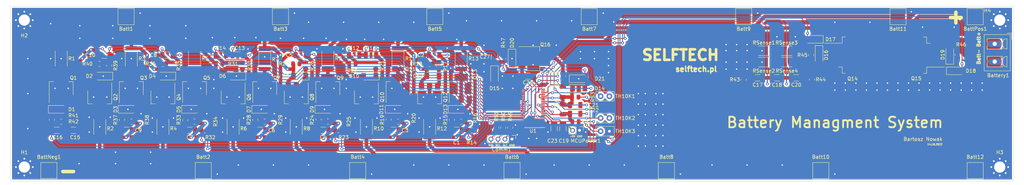
<source format=kicad_pcb>
(kicad_pcb (version 20211014) (generator pcbnew)
  (layers (0 "F.Cu" signal) (31 "B.Cu" signal) (34 "B.Paste" user) (35 "F.Paste" user) (36 "B.SilkS" user "B.Silkscreen") (37 "F.SilkS" user "F.Silkscreen") (38 "B.Mask" user) (39 "F.Mask" user) (44 "Edge.Cuts" user))
  (net 0 "")
  (net 1 "/Batt+")
  (net 2 "/Batt-")
  (net 3 "Net-(Batt1-Pad1)")
  (net 4 "GND")
  (net 5 "Net-(Batt2-Pad1)")
  (net 6 "Net-(Batt3-Pad1)")
  (net 7 "Net-(Batt4-Pad1)")
  (net 8 "A")
  (net 9 "Net-(Batt6-Pad1)")
  (net 10 "Net-(Batt7-Pad1)")
  (net 11 "Net-(Batt8-Pad1)")
  (net 12 "B")
  (net 13 "Net-(Batt10-Pad1)")
  (net 14 "Net-(Batt11-Pad1)")
  (net 15 "Net-(Batt12-Pad1)")
  (net 16 "Net-(C1-Pad1)")
  (net 17 "Net-(C1-Pad2)")
  (net 18 "Net-(C2-Pad2)")
  (net 19 "Net-(C11-Pad1)")
  (net 20 "Net-(C4-Pad1)")
  (net 21 "Net-(C4-Pad2)")
  (net 22 "Net-(C5-Pad2)")
  (net 23 "Net-(C13-Pad1)")
  (net 24 "Net-(C7-Pad1)")
  (net 25 "Net-(C7-Pad2)")
  (net 26 "Net-(C8-Pad2)")
  (net 27 "Net-(C10-Pad1)")
  (net 28 "Net-(C10-Pad2)")
  (net 29 "VC10x")
  (net 30 "Net-(C12-Pad2)")
  (net 31 "VC5x")
  (net 32 "Net-(C14-Pad2)")
  (net 33 "Net-(C16-Pad2)")
  (net 34 "Net-(C17-Pad2)")
  (net 35 "Net-(C18-Pad1)")
  (net 36 "/MCU+")
  (net 37 "Net-(C21-Pad1)")
  (net 38 "Net-(C22-Pad1)")
  (net 39 "Net-(C23-Pad1)")
  (net 40 "Net-(C24-Pad2)")
  (net 41 "Net-(C25-Pad2)")
  (net 42 "/ALERT")
  (net 43 "/SCL")
  (net 44 "/SDA")
  (net 45 "Net-(D1-Pad1)")
  (net 46 "Net-(D2-Pad1)")
  (net 47 "Net-(D3-Pad1)")
  (net 48 "Net-(D4-Pad1)")
  (net 49 "Net-(D5-Pad1)")
  (net 50 "Net-(D6-Pad1)")
  (net 51 "Net-(D7-Pad1)")
  (net 52 "Net-(D8-Pad1)")
  (net 53 "Net-(D9-Pad1)")
  (net 54 "Net-(D10-Pad1)")
  (net 55 "Net-(D13-Pad1)")
  (net 56 "Net-(D11-Pad1)")
  (net 57 "Net-(D12-Pad1)")
  (net 58 "Net-(D16-Pad1)")
  (net 59 "Net-(D16-Pad2)")
  (net 60 "Net-(D17-Pad2)")
  (net 61 "Net-(D18-Pad1)")
  (net 62 "Net-(D18-Pad2)")
  (net 63 "Net-(D20-Pad1)")
  (net 64 "Net-(Q1-Pad2)")
  (net 65 "Net-(Q2-Pad2)")
  (net 66 "Net-(Q3-Pad2)")
  (net 67 "Net-(Q4-Pad2)")
  (net 68 "Net-(Q5-Pad2)")
  (net 69 "Net-(Q6-Pad2)")
  (net 70 "Net-(Q7-Pad2)")
  (net 71 "Net-(Q8-Pad2)")
  (net 72 "Net-(Q9-Pad2)")
  (net 73 "Net-(Q10-Pad2)")
  (net 74 "Net-(Q11-Pad2)")
  (net 75 "Net-(Q12-Pad2)")
  (net 76 "Net-(Q13-Pad2)")
  (net 77 "Net-(Q14-Pad2)")
  (net 78 "Net-(RSense1-Pad2)")
  (net 79 "Net-(RSense2-Pad2)")
  (net 80 "Net-(TH10K1-Pad1)")
  (net 81 "Net-(TH10K2-Pad1)")
  (net 82 "Net-(TH10K3-Pad1)")
  (footprint "Package_TO_SOT_SMD:SOT-223-3_TabPin2" (layer "F.Cu") (at 219.5 126 -90)
    (fp_text reference "Q12")
    (fp_text value "IRFL014")
  )
  (footprint "bms:TestPoint_Pad_4.0x4.0mm_test" (layer "F.Cu") (at 331 147)
    (fp_text reference "Batt10")
    (fp_text value "MountingHole_Pad")
  )
  (footprint "Capacitor_SMD:C_1206_3216Metric" (layer "F.Cu") (at 209.2 135.5 180)
    (fp_text reference "C3")
    (fp_text value "100nF")
  )
  (footprint "Capacitor_SMD:C_1206_3216Metric" (layer "F.Cu") (at 318.5 120.5 180)
    (fp_text reference "C18")
    (fp_text value "100nF")
  )
  (footprint "Capacitor_SMD:C_1206_3216Metric" (layer "F.Cu") (at 261 128.264113 180)
    (fp_text reference "C21")
    (fp_text value "100nF")
  )
  (footprint "Capacitor_SMD:C_1206_3216Metric" (layer "F.Cu") (at 202.8 114 180)
    (fp_text reference "C11")
    (fp_text value "100nF")
  )
  (footprint "Resistor_SMD:R_0805_2012Metric" (layer "F.Cu") (at 143.5 116.5)
    (fp_text reference "R36")
    (fp_text value "100R")
  )
  (footprint "bms:D_MiniMELF_test" (layer "F.Cu") (at 113.55 129.5)
    (fp_text reference "D1")
    (fp_text value "Z_10V")
  )
  (footprint "bms:TestPoint_Pad_4.0x4.0mm_test" (layer "F.Cu") (at 353 103)
    (fp_text reference "Batt11")
    (fp_text value "MountingHole_Pad")
  )
  (footprint "Resistor_SMD:R_0805_2012Metric" (layer "F.Cu") (at 187.85 132.4125 -90)
    (fp_text reference "R24")
    (fp_text value "1K")
  )
  (footprint "bms:D_MiniMELF_test" (layer "F.Cu") (at 262 123.5)
    (fp_text reference "D14")
    (fp_text value "LL101A")
  )
  (footprint "Resistor_SMD:R_2512_6332Metric" (layer "F.Cu") (at 210.5 115 -90)
    (fp_text reference "R11")
    (fp_text value "47R")
  )
  (footprint "Capacitor_SMD:C_1206_3216Metric" (layer "F.Cu") (at 257.459039 129.5 90)
    (fp_text reference "C26")
    (fp_text value "100nF")
  )
  (footprint "Package_TO_SOT_SMD:SOT-223-3_TabPin2" (layer "F.Cu") (at 210.5 123.5 90)
    (fp_text reference "Q11")
    (fp_text value "IRFL014")
  )
  (footprint "bms:D_MiniMELF_test" (layer "F.Cu") (at 202.45 120 180)
    (fp_text reference "D10")
    (fp_text value "Z_10V")
  )
  (footprint "Resistor_SMD:R_0805_2012Metric" (layer "F.Cu") (at 238.5 134.75 -90)
    (fp_text reference "R51")
    (fp_text value "1M")
  )
  (footprint "bms:TestPoint_Pad_4.0x4.0mm_test" (layer "F.Cu") (at 287 147)
    (fp_text reference "Batt8")
    (fp_text value "MountingHole_Pad")
  )
  (footprint "Connector_PinHeader_2.00mm:PinHeader_1x04_P2.00mm_Vertical" (layer "F.Cu") (at 243 138 -90)
    (fp_text reference "Comm1")
    (fp_text value "Conn_01x04")
  )
  (footprint "bms:TestPoint_Pad_4.0x4.0mm_test" (layer "F.Cu") (at 221 103)
    (fp_text reference "Batt5")
    (fp_text value "MountingHole_Pad")
  )
  (footprint "Resistor_SMD:R_0805_2012Metric" (layer "F.Cu") (at 149.85 132.5875 -90)
    (fp_text reference "R33")
    (fp_text value "1K")
  )
  (footprint "Resistor_SMD:R_2010_5025Metric" (layer "F.Cu") (at 321.25 112.75)
    (fp_text reference "RSense3")
    (fp_text value "0R02")
  )
  (footprint "bms:D_MiniMELF_test" (layer "F.Cu") (at 243 115 -90)
    (fp_text reference "D20")
    (fp_text value "Z_10V")
  )
  (footprint "Capacitor_SMD:C_1206_3216Metric" (layer "F.Cu") (at 182.8 114 180)
    (fp_text reference "C5")
    (fp_text value "100nF")
  )
  (footprint "Capacitor_SMD:C_1206_3216Metric" (layer "F.Cu") (at 189.2 135.5 180)
    (fp_text reference "C4")
    (fp_text value "100nF")
  )
  (footprint "bms:TO-263-2_test" (layer "F.Cu") (at 340.05 114)
    (fp_text reference "Q14")
    (fp_text value "BUK9620")
  )
  (footprint "Capacitor_THT:C_Disc_D5.0mm_W2.5mm_P2.50mm" (layer "F.Cu") (at 268.25 125.75)
    (fp_text reference "TH10K1")
    (fp_text value "Thermistor_NTC")
  )
  (footprint "Resistor_SMD:R_2010_5025Metric" (layer "F.Cu") (at 314.75 112.75)
    (fp_text reference "RSense1")
    (fp_text value "0R02")
  )
  (footprint "Capacitor_SMD:C_1206_3216Metric" (layer "F.Cu") (at 247.5 120 180)
    (fp_text reference "C24")
    (fp_text value "100nF")
  )
  (footprint "bms:D_MiniMELF_test" (layer "F.Cu") (at 151.55 129.5)
    (fp_text reference "D5")
    (fp_text value "Z_10V")
  )
  (footprint "Resistor_SMD:R_2512_6332Metric" (layer "F.Cu") (at 228.5 115 -90)
    (fp_text reference "R13")
    (fp_text value "47R")
  )
  (footprint "Capacitor_SMD:C_1206_3216Metric" (layer "F.Cu") (at 227.2 135.5 180)
    (fp_text reference "C1")
    (fp_text value "100nF")
  )
  (footprint "Resistor_SMD:R_2512_6332Metric" (layer "F.Cu") (at 114.5 115 -90)
    (fp_text reference "R1")
    (fp_text value "47R")
  )
  (footprint "Capacitor_SMD:C_1206_3216Metric" (layer "F.Cu") (at 126.8 114 180)
    (fp_text reference "C10")
    (fp_text value "100nF")
  )
  (footprint "Capacitor_SMD:C_1206_3216Metric" (layer "F.Cu") (at 198 114 180)
    (fp_text reference "C12")
    (fp_text value "100nF")
  )
  (footprint "Capacitor_SMD:C_1206_3216Metric" (layer "F.Cu") (at 238 114.5 -90)
    (fp_text reference "C27")
    (fp_text value "100nF")
  )
  (footprint "bms:TestPoint_Pad_4.0x4.0mm_test" (layer "F.Cu") (at 111 147)
    (fp_text reference "BattNeg1")
    (fp_text value "MountingHole_Pad")
  )
  (footprint "Package_TO_SOT_SMD:SOT-223-3_TabPin2" (layer "F.Cu") (at 152.5 123.5 90)
    (fp_text reference "Q5")
    (fp_text value "IRFL014")
  )
  (footprint "bms:D_MiniMELF_test" (layer "F.Cu") (at 164.45 120 180)
    (fp_text reference "D6")
    (fp_text value "Z_10V")
  )
  (footprint "Resistor_SMD:R_2010_5025Metric" (layer "F.Cu") (at 321.3125 116)
    (fp_text reference "RSense4")
    (fp_text value "0R02")
  )
  (footprint "bms:D_MiniMELF_test" (layer "F.Cu") (at 209.55 129.5)
    (fp_text reference "D11")
    (fp_text value "Z_10V")
  )
  (footprint "Resistor_SMD:R_2512_6332Metric" (layer "F.Cu") (at 172.5 115 -90)
    (fp_text reference "R7")
    (fp_text value "47R")
  )
  (footprint "bms:TestPoint_Pad_4.0x4.0mm_test" (layer "F.Cu") (at 309 103)
    (fp_text reference "Batt9")
    (fp_text value "MountingHole_Pad")
  )
  (footprint "Resistor_SMD:R_2512_6332Metric" (layer "F.Cu") (at 152.5 115 -90)
    (fp_text reference "R5")
    (fp_text value "47R")
  )
  (footprint "Capacitor_SMD:C_1206_3216Metric" (layer "F.Cu") (at 324 120.5 180)
    (fp_text reference "C20")
    (fp_text value "100nF")
  )
  (footprint "Resistor_SMD:R_0805_2012Metric" (layer "F.Cu") (at 193.5 135.5 180)
    (fp_text reference "R23")
    (fp_text value "100R")
  )
  (footprint "bms:TestPoint_Pad_4.0x4.0mm_test" (layer "F.Cu") (at 133 103)
    (fp_text reference "Batt1")
    (fp_text value "MountingHole_Pad")
  )
  (footprint "Resistor_SMD:R_0805_2012Metric" (layer "F.Cu") (at 155.4125 135.5 180)
    (fp_text reference "R32")
    (fp_text value "100R")
  )
  (footprint "bms:D_MiniMELF_test" (layer "F.Cu") (at 189.55 129.5)
    (fp_text reference "D9")
    (fp_text value "Z_10V")
  )
  (footprint "Resistor_SMD:R_2512_6332Metric" (layer "F.Cu") (at 163.5 134.5 90)
    (fp_text reference "R6")
    (fp_text value "47R")
  )
  (footprint "bms:TestPoint_Pad_4.0x4.0mm_test" (layer "F.Cu") (at 155 147)
    (fp_text reference "Batt2")
    (fp_text value "MountingHole_Pad")
  )
  (footprint "Connector_PinHeader_2.00mm:PinHeader_1x02_P2.00mm_Vertical" (layer "F.Cu") (at 262.25 135.5 -90)
    (fp_text reference "MCUPower1")
    (fp_text value "Conn_01x02")
  )
  (footprint "Capacitor_SMD:C_1206_3216Metric" (layer "F.Cu") (at 220.8 114 180)
    (fp_text reference "C2")
    (fp_text value "100nF")
  )
  (footprint "Resistor_SMD:R_0805_2012Metric" (layer "F.Cu") (at 309 121 -90)
    (fp_text reference "R43")
    (fp_text value "100R")
  )
  (footprint "bms:D_MiniMELF_test" (layer "F.Cu") (at 330.5 114 -90)
    (fp_text reference "D16")
    (fp_text value "Z_10V")
  )
  (footprint "Capacitor_SMD:C_1206_3216Metric" (layer "F.Cu") (at 133.15 135.5 180)
    (fp_text reference "C9")
    (fp_text value "100nF")
  )
  (footprint "Resistor_SMD:R_0805_2012Metric" (layer "F.Cu") (at 169.85 132.5 -90)
    (fp_text reference "R28")
    (fp_text value "1K")
  )
  (footprint "Resistor_SMD:R_0805_2012Metric" (layer "F.Cu") (at 240.5 115 90)
    (fp_text reference "R47")
    (fp_text value "1K")
  )
  (footprint "Package_TO_SOT_SMD:SOT-223-3_TabPin2" (layer "F.Cu") (at 125.5 126 -90)
    (fp_text reference "Q2")
    (fp_text value "IRFL014")
  )
  (footprint "bms:D_MiniMELF_test" (layer "F.Cu") (at 227.55 129.5)
    (fp_text reference "D13")
    (fp_text value "Z_10V")
  )
  (footprint "Resistor_SMD:R_0805_2012Metric" (layer "F.Cu") (at 219.5 116.5)
    (fp_text reference "R18")
    (fp_text value "100R")
  )
  (footprint "Capacitor_SMD:C_1206_3216Metric" (layer "F.Cu") (at 171.2 135.5 180)
    (fp_text reference "C6")
    (fp_text value "100nF")
  )
  (footprint "MountingHole:MountingHole_3.2mm_M3_Pad_Via" (layer "F.Cu") (at 382 146)
    (fp_text reference "H3")
    (fp_text value "MountingHole_Pad")
  )
  (footprint "Resistor_SMD:R_0805_2012Metric" (layer "F.Cu") (at 240.5 134.75 -90)
    (fp_text reference "R50")
    (fp_text value "1M")
  )
  (footprint "Capacitor_SMD:C_1206_3216Metric" (layer "F.Cu") (at 257.459039 124.5 90)
    (fp_text reference "C25")
    (fp_text value "100nF")
  )
  (footprint "Resistor_SMD:R_0805_2012Metric" (layer "F.Cu") (at 181.5 116.5)
    (fp_text reference "R27")
    (fp_text value "100R")
  )
  (footprint "Resistor_SMD:R_0805_2012Metric" (layer "F.Cu") (at 207.85 132.4125 -90)
    (fp_text reference "R19")
    (fp_text value "1K")
  )
  (footprint "Package_TO_SOT_SMD:SOT-223-3_TabPin2" (layer "F.Cu") (at 190.5 123.5 90)
    (fp_text reference "Q9")
    (fp_text value "IRFL014")
  )
  (footprint "Resistor_SMD:R_0805_2012Metric" (layer "F.Cu") (at 225.85 132.5 -90)
    (fp_text reference "R15")
    (fp_text value "1K")
  )
  (footprint "Resistor_SMD:R_0805_2012Metric" (layer "F.Cu") (at 261 126 180)
    (fp_text reference "R53")
    (fp_text value "100R")
  )
  (footprint "bms:D_MiniMELF_test" (layer "F.Cu") (at 238 119.75 -90)
    (fp_text reference "D15")
    (fp_text value "LL101A")
  )
  (footprint "Resistor_SMD:R_0805_2012Metric" (layer "F.Cu") (at 328.25 114 90)
    (fp_text reference "R45")
    (fp_text value "1M")
  )
  (footprint "Resistor_SMD:R_0805_2012Metric" (layer "F.Cu") (at 231.5 135.5 180)
    (fp_text reference "R14")
    (fp_text value "100R")
  )
  (footprint "Resistor_SMD:R_2512_6332Metric" (layer "F.Cu") (at 190.5 115 -90)
    (fp_text reference "R9")
    (fp_text value "47R")
  )
  (footprint "Resistor_SMD:R_0805_2012Metric" (layer "F.Cu") (at 370 113.9125 -90)
    (fp_text reference "R46")
    (fp_text value "1M")
  )
  (footprint "bms:TestPoint_Pad_4.0x4.0mm_test" (layer "F.Cu") (at 243 147)
    (fp_text reference "Batt6")
    (fp_text value "MountingHole_Pad")
  )
  (footprint "Capacitor_SMD:C_1206_3216Metric" (layer "F.Cu") (at 164.8 114 180)
    (fp_text reference "C13")
    (fp_text value "100nF")
  )
  (footprint "Package_TO_SOT_SMD:SOT-223-3_TabPin2" (layer "F.Cu") (at 134.5 123.5 90)
    (fp_text reference "Q3")
    (fp_text value "IRFL014")
  )
  (footprint "Package_TO_SOT_SMD:SOT-223-3_TabPin2" (layer "F.Cu") (at 163.5 126 -90)
    (fp_text reference "Q6")
    (fp_text value "IRFL014")
  )
  (footprint "bms:D_MiniMELF_test" (layer "F.Cu") (at 126.5 120 180)
    (fp_text reference "D2")
    (fp_text value "Z_10V")
  )
  (footprint "Resistor_SMD:R_2512_6332Metric" (layer "F.Cu") (at 143.5 134.5 90)
    (fp_text reference "R4")
    (fp_text value "47R")
  )
  (footprint "Resistor_SMD:R_0805_2012Metric" (layer "F.Cu") (at 222.15 117 90)
    (fp_text reference "R17")
    (fp_text value "1K")
  )
  (footprint "Resistor_SMD:R_0805_2012Metric" (layer "F.Cu") (at 172.5 133 180)
    (fp_text reference "R29")
    (fp_text value "100R")
  )
  (footprint "MountingHole:MountingHole_3.2mm_M3_Pad_Via" (layer "F.Cu") (at 104 104)
    (fp_text reference "H2")
    (fp_text value "MountingHole_Pad")
  )
  (footprint "Package_TO_SOT_SMD:SOT-223-3_TabPin2" (layer "F.Cu") (at 249 115)
    (fp_text reference "Q16")
    (fp_text value "IRFL014")
  )
  (footprint "Resistor_SMD:R_0805_2012Metric" (layer "F.Cu") (at 197.5 116.5)
    (fp_text reference "R22")
    (fp_text value "100R")
  )
  (footprint "Resistor_SMD:R_2010_5025Metric" (layer "F.Cu") (at 314.75 116)
    (fp_text reference "RSense2")
    (fp_text value "0R02")
  )
  (footprint "Resistor_SMD:R_2512_6332Metric" (layer "F.Cu") (at 134.5 115 -90)
    (fp_text reference "R3")
    (fp_text value "47R")
  )
  (footprint "Connector_Phoenix_MC_HighVoltage:PhoenixContact_MCV_1,5_2-G-5.08_1x02_P5.08mm_Vertical" (layer "F.Cu") (at 380.5575 110.7775 -90)
    (fp_text reference "Battery1")
    (fp_text value "Conn_01x02")
  )
  (footprint "Resistor_SMD:R_0805_2012Metric" (layer "F.Cu") (at 125.42 116.5)
    (fp_text reference "R40")
    (fp_text value "100R")
  )
  (footprint "Resistor_SMD:R_0805_2012Metric" (layer "F.Cu") (at 152.5 133 180)
    (fp_text reference "R34")
    (fp_text value "100R")
  )
  (footprint "Capacitor_SMD:C_1206_3216Metric" (layer "F.Cu") (at 113.2 135.5 180)
    (fp_text reference "C16")
    (fp_text value "100nF")
  )
  (footprint "Resistor_SMD:R_0805_2012Metric" (layer "F.Cu") (at 204.15 117 90)
    (fp_text reference "R21")
    (fp_text value "1K")
  )
  (footprint "Resistor_SMD:R_0805_2012Metric" (layer "F.Cu") (at 146.15 117 90)
    (fp_text reference "R35")
    (fp_text value "1K")
  )
  (footprint "bms:D_MiniMELF_test" (layer "F.Cu") (at 144.45 120 180)
    (fp_text reference "D4")
    (fp_text value "Z_10V")
  )
  (footprint "bms:D_MiniMELF_test" (layer "F.Cu") (at 367.75 113.9125 90)
    (fp_text reference "D19")
    (fp_text value "Z_10V")
  )
  (footprint "Resistor_SMD:R_0805_2012Metric" (layer "F.Cu") (at 166.15 117 90)
    (fp_text reference "R30")
    (fp_text value "1K")
  )
  (footprint "bms:D_MiniMELF_test" (layer "F.Cu") (at 133.5 129.5)
    (fp_text reference "D3")
    (fp_text value "Z_10V")
  )
  (footprint "Resistor_SMD:R_0805_2012Metric" (layer "F.Cu") (at 328.5 121 -90)
    (fp_text reference "R44")
    (fp_text value "100R")
  )
  (footprint "Capacitor_SMD:C_1206_3216Metric" (layer "F.Cu") (at 257.5 135 90)
    (fp_text reference "C19")
    (fp_text value "100nF")
  )
  (footprint "Package_TO_SOT_SMD:SOT-223-3_TabPin2" (layer "F.Cu") (at 172.5 123.5 90)
    (fp_text reference "Q7")
    (fp_text value "IRFL014")
  )
  (footprint "bms:TestPoint_Pad_4.0x4.0mm_test" (layer "F.Cu") (at 265 103)
    (fp_text reference "Batt7")
    (fp_text value "MountingHole_Pad")
  )
  (footprint "bms:TestPoint_Pad_4.0x4.0mm_test" (layer "F.Cu") (at 375 147)
    (fp_text reference "Batt12")
    (fp_text value "MountingHole_Pad")
  )
  (footprint "MountingHole:MountingHole_3.2mm_M3_Pad_Via" (layer "F.Cu") (at 382 104)
    (fp_text reference "H4")
    (fp_text value "MountingHole_Pad")
  )
  (footprint "Resistor_SMD:R_0805_2012Metric" (layer "F.Cu") (at 242.5 134.75 -90)
    (fp_text reference "R49")
    (fp_text value "1M")
  )
  (footprint "Capacitor_SMD:C_1206_3216Metric" (layer "F.Cu") (at 118 135.5 180)
    (fp_text reference "C15")
    (fp_text value "100nF")
  )
  (footprint "Package_TO_SOT_SMD:SOT-223-3_TabPin2" (layer "F.Cu") (at 181.5 126 -90)
    (fp_text reference "Q8")
    (fp_text value "IRFL014")
  )
  (footprint "Capacitor_THT:C_Disc_D5.0mm_W2.5mm_P2.50mm" (layer "F.Cu") (at 268.25 135.75)
    (fp_text reference "TH10K3")
    (fp_text value "Thermistor_NTC")
  )
  (footprint "bms:D_MiniMELF_test" (layer "F.Cu") (at 220.45 120 180)
    (fp_text reference "D12")
    (fp_text value "Z_10V")
  )
  (footprint "bms:TO-263-2_test" (layer "F.Cu") (at 358.2 114.0125 180)
    (fp_text reference "Q15")
    (fp_text value "BUK9620")
  )
  (footprint "Resistor_SMD:R_0805_2012Metric" (layer "F.Cu") (at 210.5 133 180)
    (fp_text reference "R20")
    (fp_text value "100R")
  )
  (footprint "Resistor_SMD:R_0805_2012Metric" (layer "F.Cu") (at 257.5 120 90)
    (fp_text reference "R48")
    (fp_text value "100R")
  )
  (footprint "bms:D_MiniMELF_test" (layer "F.Cu") (at 182.45 120 180)
    (fp_text reference "D8")
    (fp_text value "Z_10V")
  )
  (footprint "Resistor_SMD:R_0805_2012Metric" (layer "F.Cu") (at 261.0875 133 180)
    (fp_text reference "R52")
    (fp_text value "100R")
  )
  (footprint "bms:D_MiniMELF_test" (layer "F.Cu") (at 369.5 118.5)
    (fp_text reference "D18")
    (fp_text value "LL101A")
  )
  (footprint "bms:D_MiniMELF_test" (layer "F.Cu") (at 171.55 129.5)
    (fp_text reference "D7")
    (fp_text value "Z_10V")
  )
  (footprint "Package_TO_SOT_SMD:SOT-223-3_TabPin2" (layer "F.Cu") (at 143.5 126 -90)
    (fp_text reference "Q4")
    (fp_text value "IRFL014")
  )
  (footprint "Resistor_SMD:R_0805_2012Metric" (layer "F.Cu") (at 128.15 117 90)
    (fp_text reference "R39")
    (fp_text value "1K")
  )
  (footprint "Resistor_SMD:R_2512_6332Metric" (layer "F.Cu") (at 125.5 134.5 90)
    (fp_text reference "R2")
    (fp_text value "47R")
  )
  (footprint "Package_TO_SOT_SMD:SOT-223-3_TabPin2" (layer "F.Cu") (at 228.5 123.5 90)
    (fp_text reference "Q13")
    (fp_text value "IRFL014")
  )
  (footprint "Resistor_SMD:R_0805_2012Metric" (layer "F.Cu") (at 159.5 116.5)
    (fp_text reference "R31")
    (fp_text value "100R")
  )
  (footprint "Resistor_SMD:R_0805_2012Metric" (layer "F.Cu") (at 184.15 117 90)
    (fp_text reference "R26")
    (fp_text value "1K")
  )
  (footprint "Resistor_SMD:R_0805_2012Metric" (layer "F.Cu") (at 190.5 133 180)
    (fp_text reference "R25")
    (fp_text value "100R")
  )
  (footprint "Capacitor_SMD:C_1206_3216Metric" (layer "F.Cu") (at 144.8 114 180)
    (fp_text reference "C8")
    (fp_text value "100nF")
  )
  (footprint "Resistor_SMD:R_0805_2012Metric" (layer "F.Cu") (at 134.5 133 180)
    (fp_text reference "R38")
    (fp_text value "100R")
  )
  (footprint "bms:D_MiniMELF_test" (layer "F.Cu") (at 329 109.5 180)
    (fp_text reference "D17")
    (fp_text value "LL101A")
  )
  (footprint "Package_SO:TSSOP-44_4.4x11.2mm_P0.5mm" (layer "F.Cu") (at 249 129 180)
    (fp_text reference "U1")
    (fp_text value "BQ76940DBT")
  )
  (footprint "Capacitor_SMD:C_1206_3216Metric" (layer "F.Cu") (at 261 130.764113 180)
    (fp_text reference "C22")
    (fp_text value "100nF")
  )
  (footprint "Capacitor_SMD:C_1206_3216Metric" (layer "F.Cu") (at 151.2 135.5 180)
    (fp_text reference "C7")
    (fp_text value "100nF")
  )
  (footprint "Resistor_SMD:R_0805_2012Metric" (layer "F.Cu") (at 228.5 133 180)
    (fp_text reference "R16")
    (fp_text value "100R")
  )
  (footprint "Capacitor_THT:C_Disc_D5.0mm_W2.5mm_P2.50mm" (layer "F.Cu") (at 268.25 132)
    (fp_text reference "TH10K2")
    (fp_text value "Thermistor_NTC")
  )
  (footprint "bms:D_MiniMELF_test" (layer "F.Cu") (at 262 120.75)
    (fp_text reference "D21")
    (fp_text value "LL101A")
  )
  (footprint "MountingHole:MountingHole_3.2mm_M3_Pad_Via" (layer "F.Cu") (at 104 146)
    (fp_text reference "H1")
    (fp_text value "MountingHole_Pad")
  )
  (footprint "Capacitor_SMD:C_1206_3216Metric" (layer "F.Cu") (at 160 114 180)
    (fp_text reference "C14")
    (fp_text value "100nF")
  )
  (footprint "Resistor_SMD:R_2512_6332Metric" (layer "F.Cu") (at 219.5 134.5 90)
    (fp_text reference "R12")
    (fp_text value "47R")
  )
  (footprint "Capacitor_SMD:C_1206_3216Metric" (layer "F.Cu") (at 313 120.5)
    (fp_text reference "C17")
    (fp_text value "100nF")
  )
  (footprint "Capacitor_SMD:C_1206_3216Metric" (layer "F.Cu") (at 255 135 -90)
    (fp_text reference "C23")
    (fp_text value "100nF")
  )
  (footprint "bms:TestPoint_Pad_4.0x4.0mm_test" (layer "F.Cu") (at 177 103)
    (fp_text reference "Batt3")
    (fp_text value "MountingHole_Pad")
  )
  (footprint "Package_TO_SOT_SMD:SOT-223-3_TabPin2" (layer "F.Cu") (at 114.5 123.5 90)
    (fp_text reference "Q1")
    (fp_text value "IRFL014")
  )
  (footprint "Resistor_SMD:R_0805_2012Metric" (layer "F.Cu") (at 114.5 133 180)
    (fp_text reference "R42")
    (fp_text value "100R")
  )
  (footprint "bms:TestPoint_Pad_4.0x4.0mm_test" (layer "F.Cu") (at 375 103)
    (fp_text reference "BattPos1")
    (fp_text value "MountingHole_Pad")
  )
  (footprint "Resistor_SMD:R_2512_6332Metric" (layer "F.Cu") (at 201.5 134.5 90)
    (fp_text reference "R10")
    (fp_text value "47R")
  )
  (footprint "Resistor_SMD:R_2512_6332Metric" (layer "F.Cu") (at 181.5 134.5 90)
    (fp_text reference "R8")
    (fp_text value "47R")
  )
  (footprint "Resistor_SMD:R_0805_2012Metric" (layer "F.Cu") (at 131.8 132.5 -90)
    (fp_text reference "R37")
    (fp_text value "1K")
  )
  (footprint "Resistor_SMD:R_0805_2012Metric" (layer "F.Cu") (at 111.85 132.5 -90)
    (fp_text reference "R41")
    (fp_text value "1K")
  )
  (footprint "bms:TestPoint_Pad_4.0x4.0mm_test" (layer "F.Cu") (at 199 147)
    (fp_text reference "Batt4")
    (fp_text value "MountingHole_Pad")
  )
  (footprint "Package_TO_SOT_SMD:SOT-223-3_TabPin2" (layer "F.Cu") (at 201.5 126 -90)
    (fp_text reference "Q10")
    (fp_text value "IRFL014")
  )
  (gr_rect (start 100 100) (end 386 150) (layer "Edge.Cuts") (width 0.1) (fill none))
  (gr_text "selftech.pl" (at 295.5 118) (layer "F.SilkS") (effects (font (size 1.5 1.5) (thickness 0.375))))
  (gr_text "Batt-\n" (at 376 114.5 90) (layer "F.SilkS") (effects (font (size 1 1) (thickness 0.25))))
  (gr_text "Battery Managment System" (at 335 133.25) (layer "F.SilkS") (effects (font (size 3 3) (thickness 0.5))))
  (gr_text "Batt+" (at 376 109.5 90) (layer "F.SilkS") (effects (font (size 1 1) (thickness 0.25))))
  (gr_text "GND" (at 243 139.75) (layer "F.SilkS") (effects (font (size 0.5 0.5) (thickness 0.125))))
  (gr_text "GND" (at 262.25 137.2) (layer "F.SilkS") (effects (font (size 0.5 0.5) (thickness 0.125))))
  (gr_text "Bartosz Nowak " (at 360.5 138) (layer "F.SilkS") (effects (font (size 1 1))))
  (gr_text "SCL" (at 239 139.75) (layer "F.SilkS") (effects (font (size 0.5 0.5) (thickness 0.125))))
  (gr_text "-\n" (at 116.5 147) (layer "F.SilkS") (effects (font (size 4 4) (thickness 1))))
  (gr_text "14.10.2022" (at 363.5 139.5) (layer "F.SilkS") (effects (font (size 0.5 0.5) (thickness 0.125))))
  (gr_text "ALT" (at 241 139.75) (layer "F.SilkS") (effects (font (size 0.5 0.5) (thickness 0.125))))
  (gr_text "+" (at 369.5 103) (layer "F.SilkS") (effects (font (size 4 4) (thickness 1))))
  (gr_text "SDA" (at 237 139.75) (layer "F.SilkS") (effects (font (size 0.5 0.5) (thickness 0.125))))
  (gr_text "+5V" (at 260.25 137.2) (layer "F.SilkS") (effects (font (size 0.5 0.5) (thickness 0.125))))
  (gr_text "SELFTECH" (at 291 114) (layer "F.SilkS") (effects (font (size 3 3) (thickness 0.75))))
  (segment (start 358.875 103) (end 355.625 106.25) (width 1) (layer "F.Cu") (net 1))
  (segment (start 313.447056 106.25) (end 312.247056 107.45) (width 1) (layer "F.Cu") (net 1))
  (segment (start 377.5275 110.7775) (end 375 108.25) (width 4) (layer "F.Cu") (net 1))
  (segment (start 380.5575 110.7775) (end 377.5275 110.7775) (width 4) (layer "F.Cu") (net 1))
  (segment (start 312.247056 107.45) (end 269.944112 107.45) (width 1) (layer "F.Cu") (net 1))
  (segment (start 269.944112 107.45) (end 268.744112 108.65) (width 1) (layer "F.Cu") (net 1))
  (segment (start 232.4125 115.95) (end 228.5 112.0375) (width 1) (layer "F.Cu") (net 1))
  (segment (start 252.15 115) (end 252.15 108.85) (width 1) (layer "F.Cu") (net 1))
  (segment (start 252.15 115) (end 245.85 115) (width 1) (layer "F.Cu") (net 1))
  (segment (start 252.35 108.65) (end 229.85 108.65) (width 1) (layer "F.Cu") (net 1))
  (segment (start 228.5 110) (end 228.5 112.0375) (width 1) (layer "F.Cu") (net 1))
  (segment (start 355.625 106.25) (end 313.447056 106.25) (width 1) (layer "F.Cu") (net 1))
  (segment (start 229.85 108.65) (end 228.5 110) (width 1) (layer "F.Cu") (net 1))
  (segment (start 257.5 119.0875) (end 257.5 117) (width 1) (layer "F.Cu") (net 1))
  (segment (start 375 108.25) (end 375 103) (width 4) (layer "F.Cu") (net 1))
  (segment (start 232.4125 135.5) (end 232.4125 115.95) (width 1) (layer "F.Cu") (net 1))
  (segment (start 268.744112 108.65) (end 252.35 108.65) (width 1) (layer "F.Cu") (net 1))
  (segment (start 257.5 117) (end 255.5 115) (width 1) (layer "F.Cu") (net 1))
  (segment (start 375 103) (end 358.875 103) (width 1) (layer "F.Cu") (net 1))
  (segment (start 255.5 115) (end 252.15 115) (width 1) (layer "F.Cu") (net 1))
  (segment (start 252.15 108.85) (end 252.35 108.65) (width 1) (layer "F.Cu") (net 1))
  (segment (start 371 111) (end 375.8575 115.8575) (width 4) (layer "F.Cu") (net 2))
  (segment (start 364.4475 111) (end 371 111) (width 4) (layer "F.Cu") (net 2))
  (segment (start 364.665 112.1625) (end 363.975 111.4725) (width 1) (layer "F.Cu") (net 2))
  (segment (start 375.8575 115.8575) (end 380.5575 115.8575) (width 4) (layer "F.Cu") (net 2))
  (segment (start 363.975 111.4725) (end 364.4475 111) (width 4) (layer "F.Cu") (net 2))
  (segment (start 370 113) (end 368.5875 113) (width 1) (layer "F.Cu") (net 2))
  (segment (start 367.75 112.1625) (end 364.665 112.1625) (width 1) (layer "F.Cu") (net 2))
  (segment (start 368.5875 113) (end 367.75 112.1625) (width 1) (layer "F.Cu") (net 2))
  (segment (start 120.045 112.0375) (end 124.5075 116.5) (width 1) (layer "F.Cu") (net 3))
  (segment (start 133 103) (end 118.75 103) (width 1) (layer "F.Cu") (net 3))
  (segment (start 124.5075 116.5) (end 124.5075 119.7575) (width 1) (layer "F.Cu") (net 3))
  (segment (start 118.75 103) (end 114.5 107.25) (width 1) (layer "F.Cu") (net 3))
  (segment (start 114.5 112.0375) (end 120.045 112.0375) (width 1) (layer "F.Cu") (net 3))
  (segment (start 114.5 107.25) (end 114.5 112.0375) (width 1) (layer "F.Cu") (net 3))
  (segment (start 123.2 122.85) (end 123.2 121.55) (width 1) (layer "F.Cu") (net 3))
  (segment (start 123.2 121.55) (end 124.75 120) (width 1) (layer "F.Cu") (net 3))
  (segment (start 124.5075 119.7575) (end 124.75 120) (width 1) (layer "F.Cu") (net 3))
  (segment (start 111 147) (end 114.675 143.325) (width 1) (layer "F.Cu") (net 4))
  (segment (start 240.5 133.8375) (end 242.5 133.8375) (width 0.25) (layer "F.Cu") (net 4))
  (segment (start 253.25 134.25) (end 253.25 133.8075) (width 0.25) (layer "F.Cu") (net 4))
  (segment (start 252.6925 133.25) (end 251.85 133.25) (width 0.25) (layer "F.Cu") (net 4))
  (segment (start 244.5 136.75) (end 243.25 138) (width 0.25) (layer "F.Cu") (net 4))
  (segment (start 115.4125 129.6125) (end 115.3 129.5) (width 1) (layer "F.Cu") (net 4))
  (segment (start 257.5 136.475) (end 255 136.475) (width 0.25) (layer "F.Cu") (net 4))
  (segment (start 115.4125 133) (end 115.4125 134.7625) (width 1) (layer "F.Cu") (net 4))
  (segment (start 114.675 143.325) (end 114.675 135.5) (width 1) (layer "F.Cu") (net 4))
  (segment (start 243.8375 133.8375) (end 242.5 133.8375) (width 0.25) (layer "F.Cu") (net 4))
  (segment (start 244 134) (end 243.8375 133.8375) (width 0.25) (layer "F.Cu") (net 4))
  (segment (start 115.4125 134.7625) (end 114.675 135.5) (width 1) (layer "F.Cu") (net 4))
  (segment (start 115.3 129.5) (end 116.8 128) (width 1) (layer "F.Cu") (net 4))
  (segment (start 111 148) (end 112.25 148) (width 1) (layer "F.Cu") (net 4))
  (segment (start 238.5 133.8375) (end 240.5 133.8375) (width 0.25) (layer "F.Cu") (net 4))
  (segment (start 116.525 135.5) (end 114.675 135.5) (width 1) (layer "F.Cu") (net 4))
  (segment (start 249 116.75) (end 248.975 116.775) (width 0.25) (layer "F.Cu") (net 4))
  (segment (start 253.25 133.8075) (end 252.6925 133.25) (width 0.25) (layer "F.Cu") (net 4))
  (segment (start 248.975 116.775) (end 248.975 120) (width 0.25) (layer "F.Cu") (net 4))
  (segment (start 255 136) (end 253.25 134.25) (width 0.25) (layer "F.Cu") (net 4))
  (segment (start 255 136.475) (end 255 136) (width 0.25) (layer "F.Cu") (net 4))
  (segment (start 116.8 128) (end 116.8 126.65) (width 1) (layer "F.Cu") (net 4))
  (segment (start 115.4125 133) (end 115.4125 129.6125) (width 1) (layer "F.Cu") (net 4))
  (segment (start 243.25 138) (end 243 138) (width 0.25) (layer "F.Cu") (net 4))
  (via (at 140.5 136) (size 0.8) (drill 0.4) (layers "F.Cu" "B.Cu") (net 4))
  (via (at 160.5 136) (size 0.8) (drill 0.4) (layers "F.Cu" "B.Cu") (net 4))
  (via (at 281 125) (size 0.8) (drill 0.4) (layers "F.Cu" "B.Cu") (net 4))
  (via (at 264 136) (size 0.8) (drill 0.4) (layers "F.Cu" "B.Cu") (net 4))
  (via (at 362 122) (size 0.8) (drill 0.4) (layers "F.Cu" "B.Cu") (net 4))
  (via (at 307 116) (size 0.8) (drill 0.4) (layers "F.Cu" "B.Cu") (net 4))
  (via (at 175.25 130.75) (size 0.8) (drill 0.4) (layers "F.Cu" "B.Cu") (net 4))
  (via (at 281 140) (size 0.8) (drill 0.4) (layers "F.Cu" "B.Cu") (net 4))
  (via (at 158 123.5) (size 0.8) (drill 0.4) (layers "F.Cu" "B.Cu") (net 4))
  (via (at 279 134) (size 0.8) (drill 0.4) (layers "F.Cu" "B.Cu") (net 4))
  (via (at 371 122) (size 0.8) (drill 0.4) (layers "F.Cu" "B.Cu") (net 4))
  (via (at 199.75 126) (size 0.8) (drill 0.4) (layers "F.Cu" "B.Cu") (net 4))
  (via (at 247.75 137.8) (size 0.8) (drill 0.4) (layers "F.Cu" "B.Cu") (net 4))
  (via (at 164 109) (size 0.8) (drill 0.4) (layers "F.Cu" "B.Cu") (net 4))
  (via (at 286 131) (size 0.8) (drill 0.4) (layers "F.Cu" "B.Cu") (net 4))
  (via (at 338 122) (size 0.8) (drill 0.4) (layers "F.Cu" "B.Cu") (net 4))
  (via (at 198.25 132) (size 0.8) (drill 0.4) (layers "F.Cu" "B.Cu") (net 4))
  (via (at 304 118) (size 0.8) (drill 0.4) (layers "F.Cu" "B.Cu") (net 4))
  (via (at 356.8 101.6) (size 0.8) (drill 0.4) (layers "F.Cu" "B.Cu") (net 4))
  (via (at 112.75 123.5) (size 0.8) (drill 0.4) (layers "F.Cu" "B.Cu") (net 4))
  (via (at 318.5 108.75) (size 0.8) (drill 0.4) (layers "F.Cu" "B.Cu") (net 4))
  (via (at 304 111) (size 0.8) (drill 0.4) (layers "F.Cu" "B.Cu") (net 4))
  (via (at 262 120.75) (size 0.8) (drill 0.4) (layers "F.Cu" "B.Cu") (net 4))
  (via (at 310 111) (size 0.8) (drill 0.4) (layers "F.Cu" "B.Cu") (net 4))
  (via (at 191.25 138) (size 0.8) (drill 0.4) (layers "F.Cu" "B.Cu") (net 4))
  (via (at 190 109.2) (size 0.8) (drill 0.4) (layers "F.Cu" "B.Cu") (net 4))
  (via (at 284 140) (size 0.8) (drill 0.4) (layers "F.Cu" "B.Cu") (net 4))
  (via (at 369 106) (size 0.8) (drill 0.4) (layers "F.Cu" "B.Cu") (net 4))
  (via (at 114.5 115) (size 0.8) (drill 0.4) (layers "F.Cu" "B.Cu") (net 4))
  (via (at 347 124) (size 0.8) (drill 0.4) (layers "F.Cu" "B.Cu") (net 4))
  (via (at 275 145.4) (size 0.8) (drill 0.4) (layers "F.Cu" "B.Cu") (net 4))
  (via (at 281 134) (size 0.8) (drill 0.4) (layers "F.Cu" "B.Cu") (net 4))
  (via (at 314.25 116) (size 0.8) (drill 0.4) (layers "F.Cu" "B.Cu") (net 4))
  (via (at 203.25 126) (size 0.8) (drill 0.4) (layers "F.Cu" "B.Cu") (net 4))
  (via (at 195.75 121) (size 0.8) (drill 0.4) (layers "F.Cu" "B.Cu") (net 4))
  (via (at 281 131) (size 0.8) (drill 0.4) (layers "F.Cu" "B.Cu") (net 4))
  (via (at 320 145.4) (size 0.8) (drill 0.4) (layers "F.Cu" "B.Cu") (net 4))
  (via (at 255.6 111.2) (size 0.8) (drill 0.4) (layers "F.Cu" "B.Cu") (net 4))
  (via (at 227.55 129.5) (size 0.8) (drill 0.4) (layers "F.Cu" "B.Cu") (net 4))
  (via (at 284 137) (size 0.8) (drill 0.4) (layers "F.Cu" "B.Cu") (net 4))
  (via (at 161.75 126) (size 0.8) (drill 0.4) (layers "F.Cu" "B.Cu") (net 4))
  (via (at 139.8 109.2) (size 0.8) (drill 0.4) (layers "F.Cu" "B.Cu") (net 4))
  (via (at 279 128) (size 0.8) (drill 0.4) (layers "F.Cu" "B.Cu") (net 4))
  (via (at 240.25 120) (size 0.8) (drill 0.4) (layers "F.Cu" "B.Cu") (net 4))
  (via (at 187.4 112.2) (size 0.8) (drill 0.4) (layers "F.Cu" "B.Cu") (net 4))
  (via (at 181.5 134.5) (size 0.8) (drill 0.4) (layers "F.Cu" "B.Cu") (net 4))
  (via (at 235.25 139.25) (size 0.8) (drill 0.4) (layers "F.Cu" "B.Cu") (net 4))
  (via (at 122.5 131.75) (size 0.8) (drill 0.4) (layers "F.Cu" "B.Cu") (net 4))
  (via (at 183.6 109.2) (size 0.8) (drill 0.4) (layers "F.Cu" "B.Cu") (net 4))
  (via (at 310 118) (size 0.8) (drill 0.4) (layers "F.Cu" "B.Cu") (net 4))
  (via (at 203 148) (size 0.8) (drill 0.4) (layers "F.Cu" "B.Cu") (net 4))
  (via (at 281 128) (size 0.8) (drill 0.4) (layers "F.Cu" "B.Cu") (net 4))
  (via (at 128.5 131.75) (size 0.8) (drill 0.4) (layers "F.Cu" "B.Cu") (net 4))
  (via (at 194.8 112.2) (size 0.8) (drill 0.4) (layers "F.Cu" "B.Cu") (net 4))
  (via (at 233.75 133.75) (size 0.8) (drill 0.4) (layers "F.Cu" "B.Cu") (net 4))
  (via (at 243.25 123.5) (size 0.8) (drill 0.4) (layers "F.Cu" "B.Cu") (net 4))
  (via (at 111.5 105) (size 0.8) (drill 0.4) (layers "F.Cu" "B.Cu") (net 4))
  (via (at 216.5 132) (size 0.8) (drill 0.4) (layers "F.Cu" "B.Cu") (net 4))
  (via (at 335 148) (size 0.8) (drill 0.4) (layers "F.Cu" "B.Cu") (net 4))
  (via (at 231 130.8) (size 0.8) (drill 0.4) (layers "F.Cu" "B.Cu") (net 4))
  (via (at 350 122) (size 0.8) (drill 0.4) (layers "F.Cu" "B.Cu") (net 4))
  (via (at 143.5 134.5) (size 0.8) (drill 0.4) (layers "F.Cu" "B.Cu") (net 4))
  (via (at 266.5 115) (size 0.8) (drill 0.4) (layers "F.Cu" "B.Cu") (net 4))
  (via (at 130 145) (size 0.8) (drill 0.4) (layers "F.Cu" "B.Cu") (net 4))
  (via (at 225 102) (size 0.8) (drill 0.4) (layers "F.Cu" "B.Cu") (net 4))
  (via (at 146.5 132) (size 0.8) (drill 0.4) (layers "F.Cu" "B.Cu") (net 4))
  (via (at 150 105.6) (size 0.8) (drill 0.4) (layers "F.Cu" "B.Cu") (net 4))
  (via (at 175 145.4) (size 0.8) (drill 0.4) (layers "F.Cu" "B.Cu") (net 4))
  (via (at 314.25 112.75) (size 0.8) (drill 0.4) (layers "F.Cu" "B.Cu") (net 4))
  (via (at 170 109) (size 0.8) (drill 0.4) (layers "F.Cu" "B.Cu") (net 4))
  (via (at 344 124) (size 0.8) (drill 0.4) (layers "F.Cu" "B.Cu") (net 4))
  (via (at 286 134) (size 0.8) (drill 0.4) (layers "F.Cu" "B.Cu") (net 4))
  (via (at 286 140) (size 0.8) (drill 0.4) (layers "F.Cu" "B.Cu") (net 4))
  (via (at 227.25 109.5) (size 0.8) (drill 0.4) (layers "F.Cu" "B.Cu") (net 4))
  (via (at 266.5 113) (size 0.8) (drill 0.4) (layers "F.Cu" "B.Cu") (net 4))
  (via (at 198.5 136) (size 0.8) (drill 0.4) (layers "F.Cu" "B.Cu") (net 4))
  (via (at 284 128) (size 0.8) (drill 0.4) (layers "F.Cu" "B.Cu") (net 4))
  (via (at 156 130.75) (size 0.8) (drill 0.4) (layers "F.Cu" "B.Cu") (net 4))
  (via (at 151.55 129.5) (size 0.8) (drill 0.4) (layers "F.Cu" "B.Cu") (net 4))
  (via (at 119.6 145) (size 0.8) (drill 0.4) (layers "F.Cu" "B.Cu") (net 4))
  (via (at 377 124) (size 0.8) (drill 0.4) (layers "F.Cu" "B.Cu") (net 4))
  (via (at 171.55 129.5) (size 0.8) (drill 0.4) (layers "F.Cu" "B.Cu") (net 4))
  (via (at 217.75 126) (size 0.8) (drill 0.4) (layers "F.Cu" "B.Cu") (net 4))
  (via (at 116.5 123.5) (size 0.8) (drill 0.4) (layers "F.Cu" "B.Cu") (net 4))
  (via (at 353 124) (size 0.8) (drill 0.4) (layers "F.Cu" "B.Cu") (net 4))
  (via (at 225.5 117.75) (size 0.8) (drill 0.4) (layers "F.Cu" "B.Cu") (net 4))
  (via (at 119.8 109.2) (size 0.8) (drill 0.4) (layers "F.Cu" "B.Cu") (net 4))
  (via (at 250 104.2) (size 0.8) (drill 0.4) (layers "F.Cu" "B.Cu") (net 4))
  (via (at 368 122) (size 0.8) (drill 0.4) (layers "F.Cu" "B.Cu") (net 4))
  (via (at 178.5 136) (size 0.8) (drill 0.4) (layers "F.Cu" "B.Cu") (net 4))
  (via (at 201.5 134.5) (size 0.8) (drill 0.4) (layers "F.Cu" "B.Cu") (net 4))
  (via (at 129.2 109.2) (size 0.8) (drill 0.4) (layers "F.Cu" "B.Cu") (net 4))
  (via (at 240 104.2) (size 0.8) (drill 0.4) (layers "F.Cu" "B.Cu") (net 4))
  (via (at 249 111.2) (size 0.8) (drill 0.4) (layers "F.Cu" "B.Cu") (net 4))
  (via (at 136.25 123.5) (size 0.8) (drill 0.4) (layers "F.Cu" "B.Cu") (net 4))
  (via (at 215 104.6) (size 0.8) (drill 0.4) (layers "F.Cu" "B.Cu") (net 4))
  (via (at 244.5 136.75) (size 0.8) (drill 0.4) (layers "F.Cu" "B.Cu") (net 4))
  (via (at 356 122) (size 0.8) (drill 0.4) (layers "F.Cu" "B.Cu") (net 4))
  (via (at 129.2 105.6) (size 0.8) (drill 0.4) (layers "F.Cu" "B.Cu") (net 4))
  (via (at 189.55 129.5) (size 0.8) (drill 0.4) (layers "F.Cu" "B.Cu") (net 4))
  (via (at 335 122) (size 0.8) (drill 0.4) (layers "F.Cu" "B.Cu") (net 4))
  (via (at 192.25 123.5) (size 0.8) (drill 0.4) (layers "F.Cu" "B.Cu") (net 4))
  (via (at 206.4 109.5) (size 0.8) (drill 0.4) (layers "F.Cu" "B.Cu") (net 4))
  (via (at 188.75 123.5) (size 0.8) (drill 0.4) (layers "F.Cu" "B.Cu") (net 4))
  (via (at 345 104.6) (size 0.8) (drill 0.4) (layers "F.Cu" "B.Cu") (net 4))
  (via (at 338 124) (size 0.8) (drill 0.4) (layers "F.Cu" "B.Cu") (net 4))
  (via (at 126.5 120) (size 0.8) (drill 0.4) (layers "F.Cu" "B.Cu") (net 4))
  (via (at 165.25 126) (size 0.8) (drill 0.4) (layers "F.Cu" "B.Cu") (net 4))
  (via (at 105 135) (size 0.8) (drill 0.4) (layers "F.Cu" "B.Cu") (net 4))
  (via (at 179.75 126) (size 0.8) (drill 0.4) (layers "F.Cu" "B.Cu") (net 4))
  (via (at 105 125) (size 0.8) (drill 0.4) (layers "F.Cu" "B.Cu") (net 4))
  (via (at 235 145.4) (size 0.8) (drill 0.4) (layers "F.Cu" "B.Cu") (net 4))
  (via (at 353 122) (size 0.8) (drill 0.4) (layers "F.Cu" "B.Cu") (net 4))
  (via (at 244 134) (size 0.8) (drill 0.4) (layers "F.Cu" "B.Cu") (net 4))
  (via (at 201 109.5) (size 0.8) (drill 0.4) (layers "F.Cu" "B.Cu") (net 4))
  (via (at 272 104.5) (size 0.8) (drill 0.4) (layers "F.Cu" "B.Cu") (net 4))
  (via (at 231.25 116.5) (size 0.8) (drill 0.4) (layers "F.Cu" "B.Cu") (net 4))
  (via (at 140.5 132) (size 0.8) (drill 0.4) (layers "F.Cu" "B.Cu") (net 4))
  (via (at 269 102) (size 0.8) (drill 0.4) (layers "F.Cu" "B.Cu") (net 4))
  (via (at 209.55 129.5) (size 0.8) (drill 0.4) (layers "F.Cu" "B.Cu") (net 4))
  (via (at 178.5 132) (size 0.8) (drill 0.4) (layers "F.Cu" "B.Cu") (net 4))
  (via (at 250 137.8) (size 0.8) (drill 0.4) (layers "F.Cu" "B.Cu") (net 4))
  (via (at 166.5 132) (size 0.8) (drill 0.4) (layers "F.Cu" "B.Cu") (net 4))
  (via (at 341 122) (size 0.8) (drill 0.4) (layers "F.Cu" "B.Cu") (net 4))
  (via (at 157.6 109) (size 0.8) (drill 0.4) (layers "F.Cu" "B.Cu") (net 4))
  (via (at 356 124) (size 0.8) (drill 0.4) (layers "F.Cu" "B.Cu") (net 4))
  (via (at 183.25 126) (size 0.8) (drill 0.4) (layers "F.Cu" "B.Cu") (net 4))
  (via (at 130 141.75) (size 0.8) (drill 0.4) (layers "F.Cu" "B.Cu") (net 4))
  (via (at 260 104.2) (size 0.8) (drill 0.4) (layers "F.Cu" "B.Cu") (net 4))
  (via (at 195.75 123.5) (size 0.8) (drill 0.4) (layers "F.Cu" "B.Cu") (net 4))
  (via (at 154.25 123.5) (size 0.8) (drill 0.4) (layers "F.Cu" "B.Cu") (net 4))
  (via (at 216.5 136) (size 0.8) (drill 0.4) (layers "F.Cu" "B.Cu") (net 4))
  (via (at 150 109.2) (size 0.8) (drill 0.4) (layers "F.Cu" "B.Cu") (net 4))
  (via (at 137 102) (size 0.8) (drill 0.4) (layers "F.Cu" "B.Cu") (net 4))
  (via (at 359 124) (size 0.8) (drill 0.4) (layers "F.Cu" "B.Cu") (net 4))
  (via (at 150.75 123.5) (size 0.8) (drill 0.4) (layers "F.Cu" "B.Cu") (net 4))
  (via (at 284 134) (size 0.8) (drill 0.4) (layers "F.Cu" "B.Cu") (net 4))
  (via (at 377 122) (size 0.8) (drill 0.4) (layers "F.Cu" "B.Cu") (net 4))
  (via (at 131.75 115) (size 0.8) (drill 0.4) (layers "F.Cu" "B.Cu") (net 4))
  (via (at 195 104.6) (size 0.8) (drill 0.4) (layers "F.Cu" "B.Cu") (net 4))
  (via (at 158 121) (size 0.8) (drill 0.4) (layers "F.Cu" "B.Cu") (net 4))
  (via (at 249 116.75) (size 0.8) (drill 0.4) (layers "F.Cu" "B.Cu") (net 4))
  (via (at 360 106) (size 0.8) (drill 0.4) (layers "F.Cu" "B.Cu") (net 4))
  (via (at 122.5 136) (size 0.8) (drill 0.4) (layers "F.Cu" "B.Cu") (net 4))
  (via (at 313 102) (size 0.8) (drill 0.4) (layers "F.Cu" "B.Cu") (net 4))
  (via (at 133.5 129.5) (size 0.8) (drill 0.4) (layers "F.Cu" "B.Cu") (net 4))
  (via (at 310 112.7) (size 0.8) (drill 0.4) (layers "F.Cu" "B.Cu") (net 4))
  (via (at 374 122) (size 0.8) (drill 0.4) (layers "F.Cu" "B.Cu") (net 4))
  (via (at 243 115) (size 0.8) (drill 0.4) (layers "F.Cu" "B.Cu") (net 4))
  (via (at 105 115) (size 0.8) (drill 0.4) (layers "F.Cu" "B.Cu") (net 4))
  (via (at 125.5 134.5) (size 0.8) (drill 0.4) (layers "F.Cu" "B.Cu") (net 4))
  (via (at 119.8 105.6) (size 0.8) (drill 0.4) (layers "F.Cu" "B.Cu") (net 4))
  (via (at 222.5 132) (size 0.8) (drill 0.4) (layers "F.Cu" "B.Cu") (net 4))
  (via (at 137.25 130.75) (size 0.8) (drill 0.4) (layers "F.Cu" "B.Cu") (net 4))
  (via (at 208.75 123.5) (size 0.8) (drill 0.4) (layers "F.Cu" "B.Cu") (net 4))
  (via (at 140 145) (size 0.8) (drill 0.4) (layers "F.Cu" "B.Cu") (net 4))
  (via (at 185 104.6) (size 0.8) (drill 0.4) (layers "F.Cu" "B.Cu") (net 4))
  (via (at 286 137) (size 0.8) (drill 0.4) (layers "F.Cu" "B.Cu") (net 4))
  (via (at 127.5 126) (size 0.8) (drill 0.4) (layers "F.Cu" "B.Cu") (net 4))
  (via (at 270.5 119) (size 0.8) (drill 0.4) (layers "F.Cu" "B.Cu") (net 4))
  (via (at 310 116) (size 0.8) (drill 0.4) (layers "F.Cu" "B.Cu") (net 4))
  (via (at 335 124) (size 0.8) (drill 0.4) (layers "F.Cu" "B.Cu") (net 4))
  (via (at 341 124) (size 0.8) (drill 0.4) (layers "F.Cu" "B.Cu") (net 4))
  (via (at 140 141.75) (size 0.8) (drill 0.4) (layers "F.Cu" "B.Cu") (net 4))
  (via (at 184.5 132) (size 0.8) (drill 0.4) (layers "F.Cu" "B.Cu") (net 4))
  (via (at 310 145.4) (size 0.8) (drill 0.4) (layers "F.Cu" "B.Cu") (net 4))
  (via (at 371 124) (size 0.8) (drill 0.4) (layers "F.Cu" "B.Cu") (net 4))
  (via (at 177 109.2) (size 0.8) (drill 0.4) (layers "F.Cu" "B.Cu") (net 4))
  (via (at 291 148) (size 0.8) (drill 0.4) (layers "F.Cu" "B.Cu") (net 4))
  (via (at 172.5 114.5) (size 0.8) (drill 0.4) (layers "F.Cu" "B.Cu") (net 4))
  (via (at 347 122) (size 0.8) (drill 0.4) (layers "F.Cu" "B.Cu") (net 4))
  (via (at 174.25 123.5) (size 0.8) (drill 0.4) (layers "F.Cu" "B.Cu") (net 4))
  (via (at 284 125) (size 0.8) (drill 0.4) (layers "F.Cu" "B.Cu") (net 4))
  (via (at 123.75 126) (size 0.8) (drill 0.4) (layers "F.Cu" "B.Cu") (net 4))
  (via (at 145.25 126) (size 0.8) (drill 0.4) (layers "F.Cu" "B.Cu") (net 4))
  (via (at 365 122) (size 0.8) (drill 0.4) (layers "F.Cu" "B.Cu") (net 4))
  (via (at 213.25 130.75) (size 0.8) (drill 0.4) (layers "F.Cu" "B.Cu") (net 4))
  (via (at 212.25 123.5) (size 0.8) (drill 0.4) (layers "F.Cu" "B.Cu") (net 4))
  (via (at 270.5 115) (size 0.8) (drill 0.4) (layers "F.Cu" "B.Cu") (net 4))
  (via (at 243.25 120) (size 0.8) (drill 0.4) (layers "F.Cu" "B.Cu") (net 4))
  (via (at 374 124) (size 0.8) (drill 0.4) (layers "F.Cu" "B.Cu") (net 4))
  (via (at 279 131) (size 0.8) (drill 0.4) (layers "F.Cu" "B.Cu") (net 4))
  (via (at 181 102) (size 0.8) (drill 0.4) (layers "F.Cu" "B.Cu") (net 4))
  (via (at 224.5 112) (size 0.8) (drill 0.4) (layers "F.Cu" "B.Cu") (net 4))
  (via (at 219.5 134.5) (size 0.8) (drill 0.4) (layers "F.Cu" "B.Cu") (net 4))
  (via (at 132.75 123.5) (size 0.8) (drill 0.4) (layers "F.Cu" "B.Cu") (net 4))
  (via (at 139.8 105.6) (size 0.8) (drill 0.4) (layers "F.Cu" "B.Cu") (net 4))
  (via (at 235 116.5) (size 0.8) (drill 0.4) (layers "F.Cu" "B.Cu") (net 4))
  (via (at 235 111.2) (size 0.8) (drill 0.4) (layers "F.Cu" "B.Cu") (net 4))
  (via (at 255 145.4) (size 0.8) (drill 0.4) (layers "F.Cu" "B.Cu") (net 4))
  (via (at 167.75 112.25) (size 0.8) (drill 0.4) (layers "F.Cu" "B.Cu") (net 4))
  (via (at 279 125) (size 0.8) (drill 0.4) (layers "F.Cu" "B.Cu") (net 4))
  (via (at 195.8 109.5) (size 0.8) (drill 0.4) (layers "F.Cu" "B.Cu") (net 4))
  (via (at 300 145.4) (size 0.8) (drill 0.4) (layers "F.Cu" "B.Cu") (net 4))
  (via (at 281 137) (size 0.8) (drill 0.4) (layers "F.Cu" "B.Cu") (net 4))
  (via (at 365 123.965818) (size 0.8) (drill 0.4) (layers "F.Cu" "B.Cu") (net 4))
  (via (at 134.5 115) (size 0.8) (drill 0.4) (layers "F.Cu" "B.Cu") (net 4))
  (via (at 359 122) (size 0.8) (drill 0.4) (layers "F.Cu" "B.Cu") (net 4))
  (via (at 262.5 113) (size 0.8) (drill 0.4) (layers "F.Cu" "B.Cu") (net 4))
  (via (at 270.5 117) (size 0.8) (drill 0.4) (layers "F.Cu" "B.Cu") (net 4))
  (via (at 165 145.4) (size 0.8) (drill 0.4) (layers "F.Cu" "B.Cu") (net 4))
  (via (at 144.45 120) (size 0.8) (drill 0.4) (layers "F.Cu" "B.Cu") (net 4))
  (via (at 163.5 134.5) (size 0.8) (drill 0.4) (layers "F.Cu" "B.Cu") (net 4))
  (via (at 362 123.965818) (size 0.8) (drill 0.4) (layers "F.Cu" "B.Cu") (net 4))
  (via (at 286 128) (size 0.8) (drill 0.4) (layers "F.Cu" "B.Cu") (net 4))
  (via (at 335 104.6) (size 0.8) (drill 0.4) (layers "F.Cu" "B.Cu") (net 4))
  (via (at 235 118.75) (size 0.8) (drill 0.4) (layers "F.Cu" "B.Cu") (net 4))
  (via (at 262.5 115) (size 0.8) (drill 0.4) (layers "F.Cu" "B.Cu") (net 4))
  (via (at 286 125) (size 0.8) (drill 0.4) (layers "F.Cu" "B.Cu") (net 4))
  (via (at 141.75 126) (size 0.8) (drill 0.4) (layers "F.Cu" "B.Cu") (net 4))
  (via (at 221.25 126) (size 0.8) (drill 0.4) (layers "F.Cu" "B.Cu") (net 4))
  (via (at 265 145.4) (size 0.8) (drill 0.4) (layers "F.Cu" "B.Cu") (net 4))
  (via (at 344 122) (size 0.8) (drill 0.4) (layers "F.Cu" "B.Cu") (net 4))
  (via (at 205 104.6) (size 0.8) (drill 0.4) (layers "F.Cu" "B.Cu") (net 4))
  (via (at 307 112.7) (size 0.8) (drill 0.4) (layers "F.Cu" "B.Cu") (net 4))
  (via (at 284 131) (size 0.8) (drill 0.4) (layers "F.Cu" "B.Cu") (net 4))
  (via (at 240.25 123.5) (size 0.8) (drill 0.4) (layers "F.Cu" "B.Cu") (net 4))
  (via (at 185 145.4) (size 0.8) (drill 0.4) (layers "F.Cu" "B.Cu") (net 4))
  (via (at 270.5 113) (size 0.8) (drill 0.4) (layers "F.Cu" "B.Cu") (net 4))
  (via (at 368 123.965818) (size 0.8) (drill 0.4) (layers "F.Cu" "B.Cu") (net 4))
  (via (at 307 118) (size 0.8) (drill 0.4) (layers "F.Cu" "B.Cu") (net 4))
  (via (at 307 111) (size 0.8) (drill 0.4) (layers "F.Cu" "B.Cu") (net 4))
  (via (at 204.5 132) (size 0.8) (drill 0.4) (layers "F.Cu" "B.Cu") (net 4))
  (via (at 247 148) (size 0.8) (drill 0.4) (layers "F.Cu" "B.Cu") (net 4))
  (via (at 230 104.2) (size 0.8) (drill 0.4) (layers "F.Cu" "B.Cu") (net 4))
  (via (at 215 145.4) (size 0.8) (drill 0.4) (layers "F.Cu" "B.Cu") (net 4))
  (via (at 304 116) (size 0.8) (drill 0.4) (layers "F.Cu" "B.Cu") (net 4))
  (via (at 279 137) (size 0.8) (drill 0.4) (layers "F.Cu" "B.Cu") (net 4))
  (via (at 111.5 115) (size 0.8) (drill 0.4) (layers "F.Cu" "B.Cu") (net 4))
  (via (at 350 124) (size 0.8) (drill 0.4) (layers "F.Cu" "B.Cu") (net 4))
  (via (at 253.25 136) (size 0.8) (drill 0.4) (layers "F.Cu" "B.Cu") (net 4))
  (via (at 170.75 123.5) (size 0.8) (drill 0.4) (layers "F.Cu" "B.Cu") (net 4))
  (via (at 304 112.7) (size 0.8) (drill 0.4) (layers "F.Cu" "B.Cu") (net 4))
  (via (at 194 130.75) (size 0.8) (drill 0.4) (layers "F.Cu" "B.Cu") (net 4))
  (via (at 279 140) (size 0.8) (drill 0.4) (layers "F.Cu" "B.Cu") (net 4))
  (via (at 159 148) (size 0.8) (drill 0.4) (layers "F.Cu" "B.Cu") (net 4))
  (via (at 160.5 132) (size 0.8) (drill 0.4) (layers "F.Cu" "B.Cu") (net 4))
  (via (at 323.75 108.75) (size 0.8) (drill 0.4) (layers "F.Cu" "B.Cu") (net 4))
  (via (at 225 145.4) (size 0.8) (drill 0.4) (layers "F.Cu" "B.Cu") (net 4))
  (via (at 164.45 120) (size 0.8) (drill 0.4) (layers "F.Cu" "B.Cu") (net 4))
  (segment (start 262.25 135.75) (end 262.25 135.5) (width 0.25) (layer "B.Cu") (net 4))
  (segment (start 125.5 144.5) (end 125.5 137.4625) (width 1) (layer "F.Cu") (net 5))
  (segment (start 132.9625 137.4625) (end 125.5 137.4625) (width 1) (layer "F.Cu") (net 5))
  (segment (start 133 137.5) (end 132.9625 137.4625) (width 1) (layer "F.Cu") (net 5))
  (segment (start 128 147) (end 125.5 144.5) (width 1) (layer "F.Cu") (net 5))
  (segment (start 135.4125 133) (end 135.4125 129.6625) (width 1) (layer "F.Cu") (net 5))
  (segment (start 136.8 126.65) (end 136.8 127.95) (width 1) (layer "F.Cu") (net 5))
  (segment (start 155 147) (end 128 147) (width 1) (layer "F.Cu") (net 5))
  (segment (start 136.8 127.95) (end 135.25 129.5) (width 1) (layer "F.Cu") (net 5))
  (segment (start 135.9125 133.5) (end 135.4125 133) (width 1) (layer "F.Cu") (net 5))
  (segment (start 135.4125 129.6625) (end 135.25 129.5) (width 1) (layer "F.Cu") (net 5))
  (segment (start 137 133.5) (end 135.9125 133.5) (width 1) (layer "F.Cu") (net 5))
  (via (at 137 133.5) (size 0.8) (drill 0.4) (layers "F.Cu" "B.Cu") (net 5))
  (via (at 133 137.5) (size 0.8) (drill 0.4) (layers "F.Cu" "B.Cu") (net 5))
  (segment (start 133 137.5) (end 137 133.5) (width 1) (layer "B.Cu") (net 5))
  (segment (start 177 103) (end 138.75 103) (width 1) (layer "F.Cu") (net 6))
  (segment (start 134.5 112.0375) (end 137.0375 112.0375) (width 1) (layer "F.Cu") (net 6))
  (segment (start 142.7 117.8) (end 142.7 116.6125) (width 1) (layer "F.Cu") (net 6))
  (segment (start 141 118) (end 142.5 118) (width 1) (layer "F.Cu") (net 6))
  (segment (start 141.2 122.85) (end 141.2 121.5) (width 1) (layer "F.Cu") (net 6))
  (segment (start 137.0375 112.0375) (end 139 114) (width 1) (layer "F.Cu") (net 6))
  (segment (start 142.7 120) (end 142.7 117.8) (width 1) (layer "F.Cu") (net 6))
  (segment (start 142.7 116.6125) (end 142.5875 116.5) (width 1) (layer "F.Cu") (net 6))
  (segment (start 134.5 107.25) (end 134.5 112.0375) (width 1) (layer "F.Cu") (net 6))
  (segment (start 138.75 103) (end 134.5 107.25) (width 1) (layer "F.Cu") (net 6))
  (segment (start 142.5 118) (end 142.7 117.8) (width 1) (layer "F.Cu") (net 6))
  (segment (start 141.2 121.5) (end 142.7 120) (width 1) (layer "F.Cu") (net 6))
  (via (at 139 114) (size 0.8) (drill 0.4) (layers "F.Cu" "B.Cu") (net 6))
  (via (at 141 118) (size 0.8) (drill 0.4) (layers "F.Cu" "B.Cu") (net 6))
  (segment (start 141 118) (end 139 116) (width 1) (layer "B.Cu") (net 6))
  (segment (start 139 116) (end 139 114) (width 1) (layer "B.Cu") (net 6))
  (segment (start 145.75 143.75) (end 143.5 141.5) (width 1) (layer "F.Cu") (net 7))
  (segment (start 151.4625 137.4625) (end 143.5 137.4625) (width 1) (layer "F.Cu") (net 7))
  (segment (start 153.4125 133) (end 153.4125 129.6125) (width 1) (layer "F.Cu") (net 7))
  (segment (start 157.7375 143.75) (end 145.75 143.75) (width 1) (layer "F.Cu") (net 7))
  (segment (start 153.9125 133.5) (end 153.4125 133) (width 1) (layer "F.Cu") (net 7))
  (segment (start 143.5 141.5) (end 143.5 137.4625) (width 1) (layer "F.Cu") (net 7))
  (segment (start 153.4125 129.6125) (end 153.3 129.5) (width 1) (layer "F.Cu") (net 7))
  (segment (start 160.9875 147) (end 157.7375 143.75) (width 1) (layer "F.Cu") (net 7))
  (segment (start 155.5 133.5) (end 153.9125 133.5) (width 1) (layer "F.Cu") (net 7))
  (segment (start 154.8 126.65) (end 154.8 128) (width 1) (layer "F.Cu") (net 7))
  (segment (start 154.8 128) (end 153.3 129.5) (width 1) (layer "F.Cu") (net 7))
  (segment (start 151.5 137.5) (end 151.4625 137.4625) (width 1) (layer "F.Cu") (net 7))
  (segment (start 199 147) (end 160.9875 147) (width 1) (layer "F.Cu") (net 7))
  (via (at 151.5 137.5) (size 0.8) (drill 0.4) (layers "F.Cu" "B.Cu") (net 7))
  (via (at 155.5 133.5) (size 0.8) (drill 0.4) (layers "F.Cu" "B.Cu") (net 7))
  (segment (start 151.5 137.5) (end 155.5 133.5) (width 1) (layer "B.Cu") (net 7))
  (segment (start 152.5 110.1) (end 152.5 112.0375) (width 1) (layer "F.Cu") (net 8))
  (segment (start 156.25 140.75) (end 156.25 135.575) (width 0.25) (layer "F.Cu") (net 8))
  (segment (start 182.75 103) (end 179.5 106.25) (width 1) (layer "F.Cu") (net 8))
  (segment (start 156.35 106.25) (end 152.5 110.1) (width 1) (layer "F.Cu") (net 8))
  (segment (start 179.5 106.25) (end 156.35 106.25) (width 1) (layer "F.Cu") (net 8))
  (segment (start 158.5875 118.8375) (end 158.5875 116.5) (width 1) (layer "F.Cu") (net 8))
  (segment (start 158.5 116.5) (end 158.5875 116.5) (width 1) (layer "F.Cu") (net 8))
  (segment (start 159.75 120) (end 158.5875 118.8375) (width 1) (layer "F.Cu") (net 8))
  (segment (start 161.2 121.5) (end 162.7 120) (width 1) (layer "F.Cu") (net 8))
  (segment (start 158.5 133.325) (end 158.5 125.55) (width 1) (layer "F.Cu") (net 8))
  (segment (start 156.325 135.5) (end 158.5 133.325) (width 1) (layer "F.Cu") (net 8))
  (segment (start 221 103) (end 182.75 103) (width 1) (layer "F.Cu") (net 8))
  (segment (start 154.0375 112.0375) (end 158.5 116.5) (width 1) (layer "F.Cu") (net 8))
  (segment (start 262 133) (end 266.25 133) (width 0.25) (layer "F.Cu") (net 8))
  (segment (start 158.5 125.55) (end 161.2 122.85) (width 1) (layer "F.Cu") (net 8))
  (segment (start 161.2 122.85) (end 161.2 121.5) (width 1) (layer "F.Cu") (net 8))
  (segment (start 152.5 112.0375) (end 154.0375 112.0375) (width 1) (layer "F.Cu") (net 8))
  (segment (start 162.7 120) (end 159.75 120) (width 1) (layer "F.Cu") (net 8))
  (segment (start 156.25 135.575) (end 156.325 135.5) (width 0.25) (layer "F.Cu") (net 8))
  (via (at 266.25 133) (size 0.8) (drill 0.4) (layers "F.Cu" "B.Cu") (net 8))
  (via (at 156.25 140.75) (size 0.8) (drill 0.4) (layers "F.Cu" "B.Cu") (net 8))
  (segment (start 266.25 140.75) (end 266.25 133) (width 0.25) (layer "B.Cu") (net 8))
  (segment (start 193 140.75) (end 193.725 141.475) (width 0.25) (layer "B.Cu") (net 8))
  (segment (start 265.525 141.475) (end 266.25 140.75) (width 0.25) (layer "B.Cu") (net 8))
  (segment (start 156.25 140.75) (end 193 140.75) (width 0.25) (layer "B.Cu") (net 8))
  (segment (start 193.725 141.475) (end 265.525 141.475) (width 0.25) (layer "B.Cu") (net 8))
  (segment (start 175 133.5) (end 173.9125 133.5) (width 1) (layer "F.Cu") (net 9))
  (segment (start 205.1 147) (end 201.85 143.75) (width 1) (layer "F.Cu") (net 9))
  (segment (start 243 147) (end 205.1 147) (width 1) (layer "F.Cu") (net 9))
  (segment (start 173.4125 133) (end 173.4125 129.6125) (width 1) (layer "F.Cu") (net 9))
  (segment (start 201.85 143.75) (end 166.75 143.75) (width 1) (layer "F.Cu") (net 9))
  (segment (start 174.8 126.65) (end 174.8 128) (width 1) (layer "F.Cu") (net 9))
  (segment (start 174.8 128) (end 173.3 129.5) (width 1) (layer "F.Cu") (net 9))
  (segment (start 166.75 143.75) (end 163.5 140.5) (width 1) (layer "F.Cu") (net 9))
  (segment (start 163.5 140.5) (end 163.5 137.4625) (width 1) (layer "F.Cu") (net 9))
  (segment (start 170.9625 137.4625) (end 163.5 137.4625) (width 1) (layer "F.Cu") (net 9))
  (segment (start 171 137.5) (end 170.9625 137.4625) (width 1) (layer "F.Cu") (net 9))
  (segment (start 173.4125 129.6125) (end 173.3 129.5) (width 1) (layer "F.Cu") (net 9))
  (segment (start 173.9125 133.5) (end 173.4125 133) (width 1) (layer "F.Cu") (net 9))
  (via (at 171 137.5) (size 0.8) (drill 0.4) (layers "F.Cu" "B.Cu") (net 9))
  (via (at 175 133.5) (size 0.8) (drill 0.4) (layers "F.Cu" "B.Cu") (net 9))
  (segment (start 171 137.5) (end 175 133.5) (width 1) (layer "B.Cu") (net 9))
  (segment (start 179.947056 107.5) (end 175 107.5) (width 1) (layer "F.Cu") (net 10))
  (segment (start 172.5 112.0375) (end 175.0375 112.0375) (width 1) (layer "F.Cu") (net 10))
  (segment (start 223.75 106.25) (end 181.197056 106.25) (width 1) (layer "F.Cu") (net 10))
  (segment (start 227.5 102.5) (end 223.75 106.25) (width 1) (layer "F.Cu") (net 10))
  (segment (start 180.7 116.6125) (end 180.5875 116.5) (width 1) (layer "F.Cu") (net 10))
  (segment (start 265 102.5) (end 227.5 102.5) (width 1) (layer "F.Cu") (net 10))
  (segment (start 180.4 118) (end 180.7 117.7) (width 1) (layer "F.Cu") (net 10))
  (segment (start 181.197056 106.25) (end 179.947056 107.5) (width 1) (layer "F.Cu") (net 10))
  (segment (start 180.7 120) (end 180.7 117.7) (width 1) (layer "F.Cu") (net 10))
  (segment (start 179 118) (end 180.4 118) (width 1) (layer "F.Cu") (net 10))
  (segment (start 172.5 110) (end 172.5 112.0375) (width 1) (layer "F.Cu") (net 10))
  (segment (start 179.2 121.5) (end 180.7 120) (width 1) (layer "F.Cu") (net 10))
  (segment (start 175 107.5) (end 172.5 110) (width 1) (layer "F.Cu") (net 10))
  (segment (start 179.2 122.85) (end 179.2 121.5) (width 1) (layer "F.Cu") (net 10))
  (segment (start 180.7 117.7) (end 180.7 116.6125) (width 1) (layer "F.Cu") (net 10))
  (segment (start 175.0375 112.0375) (end 177 114) (width 1) (layer "F.Cu") (net 10))
  (via (at 179 118) (size 0.8) (drill 0.4) (layers "F.Cu" "B.Cu") (net 10))
  (via (at 177 114) (size 0.8) (drill 0.4) (layers "F.Cu" "B.Cu") (net 10))
  (segment (start 177 116) (end 179 118) (width 1) (layer "B.Cu") (net 10))
  (segment (start 177 114) (end 177 116) (width 1) (layer "B.Cu") (net 10))
  (segment (start 249 147) (end 245.75 143.75) (width 1) (layer "F.Cu") (net 11))
  (segment (start 191.4125 133) (end 191.4125 129.6125) (width 1) (layer "F.Cu") (net 11))
  (segment (start 287 147) (end 249 147) (width 1) (layer "F.Cu") (net 11))
  (segment (start 202.297056 142.5) (end 183.7 142.5) (width 1) (layer "F.Cu") (net 11))
  (segment (start 189.25 137.75) (end 188.9625 137.4625) (width 1) (layer "F.Cu") (net 11))
  (segment (start 183.7 142.5) (end 181.5 140.3) (width 1) (layer "F.Cu") (net 11))
  (segment (start 192.8 126.65) (end 192.8 128) (width 1) (layer "F.Cu") (net 11))
  (segment (start 191.9125 133.5) (end 191.4125 133) (width 1) (layer "F.Cu") (net 11))
  (segment (start 188.9625 137.4625) (end 181.5 137.4625) (width 1) (layer "F.Cu") (net 11))
  (segment (start 193.5 133.5) (end 191.9125 133.5) (width 1) (layer "F.Cu") (net 11))
  (segment (start 245.75 143.75) (end 203.547056 143.75) (width 1) (layer "F.Cu") (net 11))
  (segment (start 192.8 128) (end 191.3 129.5) (width 1) (layer "F.Cu") (net 11))
  (segment (start 203.547056 143.75) (end 202.297056 142.5) (width 1) (layer "F.Cu") (net 11))
  (segment (start 181.5 140.3) (end 181.5 137.4625) (width 1) (layer "F.Cu") (net 11))
  (segment (start 191.4125 129.6125) (end 191.3 129.5) (width 1) (layer "F.Cu") (net 11))
  (via (at 189.25 137.75) (size 0.8) (drill 0.4) (layers "F.Cu" "B.Cu") (net 11))
  (via (at 193.5 133.5) (size 0.8) (drill 0.4) (layers "F.Cu" "B.Cu") (net 11))
  (segment (start 189.25 137.75) (end 193.5 133.5) (width 1) (layer "B.Cu") (net 11))
  (segment (start 190.5 112.0375) (end 192.125 112.0375) (width 1) (layer "F.Cu") (net 12))
  (segment (start 192.125 112.0375) (end 196.5875 116.5) (width 1) (layer "F.Cu") (net 12))
  (segment (start 308.9 102.9) (end 271.1 102.9) (width 1) (layer "F.Cu") (net 12))
  (segment (start 199.2 122.85) (end 199.2 121.5) (width 1) (layer "F.Cu") (net 12))
  (segment (start 194.4125 140.6625) (end 194.4125 135.5) (width 0.25) (layer "F.Cu") (net 12))
  (segment (start 309 103) (end 308.9 102.9) (width 1) (layer "F.Cu") (net 12))
  (segment (start 196.5 125.55) (end 199.2 122.85) (width 1) (layer "F.Cu") (net 12))
  (segment (start 271.1 102.9) (end 267.75 106.25) (width 1) (layer "F.Cu") (net 12))
  (segment (start 195.0875 107.45) (end 190.5 112.0375) (width 1) (layer "F.Cu") (net 12))
  (segment (start 198 120) (end 196.5875 118.5875) (width 1) (layer "F.Cu") (net 12))
  (segment (start 196.5875 118.5875) (end 196.5875 116.5) (width 1) (layer "F.Cu") (net 12))
  (segment (start 194.4125 135.5) (end 196.5 133.4125) (width 1) (layer "F.Cu") (net 12))
  (segment (start 199.2 121.5) (end 200.7 120) (width 1) (layer "F.Cu") (net 12))
  (segment (start 261.9125 126) (end 264.25 126) (width 0.25) (layer "F.Cu") (net 12))
  (segment (start 225.447056 106.25) (end 224.247056 107.45) (width 1) (layer "F.Cu") (net 12))
  (segment (start 224.247056 107.45) (end 195.0875 107.45) (width 1) (layer "F.Cu") (net 12))
  (segment (start 267.75 106.25) (end 225.447056 106.25) (width 1) (layer "F.Cu") (net 12))
  (segment (start 196.5 133.4125) (end 196.5 125.55) (width 1) (layer "F.Cu") (net 12))
  (segment (start 200.7 120) (end 198 120) (width 1) (layer "F.Cu") (net 12))
  (segment (start 194.5 140.75) (end 194.4125 140.6625) (width 0.25) (layer "F.Cu") (net 12))
  (via (at 264.25 126) (size 0.8) (drill 0.4) (layers "F.Cu" "B.Cu") (net 12))
  (via (at 194.5 140.75) (size 0.8) (drill 0.4) (layers "F.Cu" "B.Cu") (net 12))
  (segment (start 265.25 140.5) (end 265 140.75) (width 0.25) (layer "B.Cu") (net 12))
  (segment (start 264.25 126) (end 265.25 127) (width 0.25) (layer "B.Cu") (net 12))
  (segment (start 265 140.75) (end 194.5 140.75) (width 0.25) (layer "B.Cu") (net 12))
  (segment (start 265.25 127) (end 265.25 140.5) (width 0.25) (layer "B.Cu") (net 12))
  (segment (start 208.9625 137.4625) (end 201.5 137.4625) (width 1) (layer "F.Cu") (net 13))
  (segment (start 246.247056 142.55) (end 204.044112 142.55) (width 1) (layer "F.Cu") (net 13))
  (segment (start 202.794112 141.3) (end 202.7375 141.3) (width 1) (layer "F.Cu") (net 13))
  (segment (start 211.4125 129.6125) (end 211.3 129.5) (width 1) (layer "F.Cu") (net 13))
  (segment (start 212.8 128) (end 211.3 129.5) (width 1) (layer "F.Cu") (net 13))
  (segment (start 202.7375 141.3) (end 201.5 140.0625) (width 1) (layer "F.Cu") (net 13))
  (segment (start 289.75 143.75) (end 247.447056 143.75) (width 1) (layer "F.Cu") (net 13))
  (segment (start 211.4125 133) (end 211.4125 129.6125) (width 1) (layer "F.Cu") (net 13))
  (segment (start 204.044112 142.55) (end 202.794112 141.3) (width 1) (layer "F.Cu") (net 13))
  (segment (start 293 147) (end 289.75 143.75) (width 1) (layer "F.Cu") (net 13))
  (segment (start 247.447056 143.75) (end 246.247056 142.55) (width 1) (layer "F.Cu") (net 13))
  (segment (start 213 133.5) (end 211.9125 133.5) (width 1) (layer "F.Cu") (net 13))
  (segment (start 201.5 140.0625) (end 201.5 137.4625) (width 1) (layer "F.Cu") (net 13))
  (segment (start 331 147) (end 293 147) (width 1) (layer "F.Cu") (net 13))
  (segment (start 212.8 126.65) (end 212.8 128) (width 1) (layer "F.Cu") (net 13))
  (segment (start 209 137.5) (end 208.9625 137.4625) (width 1) (layer "F.Cu") (net 13))
  (segment (start 211.9125 133.5) (end 211.4125 133) (width 1) (layer "F.Cu") (net 13))
  (via (at 209 137.5) (size 0.8) (drill 0.4) (layers "F.Cu" "B.Cu") (net 13))
  (via (at 213 133.5) (size 0.8) (drill 0.4) (layers "F.Cu" "B.Cu") (net 13))
  (segment (start 209 137.5) (end 213 133.5) (width 1) (layer "B.Cu") (net 13))
  (segment (start 217.2 121.5) (end 218.7 120) (width 1) (layer "F.Cu") (net 14))
  (segment (start 217 118) (end 218.5 118) (width 1) (layer "F.Cu") (net 14))
  (segment (start 213.0375 112.0375) (end 215 114) (width 1) (layer "F.Cu") (net 14))
  (segment (start 218.5 118) (end 218.7 118.2) (width 1) (layer "F.Cu") (net 14))
  (segment (start 210.5 110.1) (end 210.5 112.0375) (width 1) (layer "F.Cu") (net 14))
  (segment (start 311.75 106.25) (end 269.447056 106.25) (width 1) (layer "F.Cu") (net 14))
  (segment (start 218.7 116.6125) (end 218.5875 116.5) (width 1) (layer "F.Cu") (net 14))
  (segment (start 217.2 122.85) (end 217.2 121.5) (width 1) (layer "F.Cu") (net 14))
  (segment (start 353 103) (end 315 103) (width 1) (layer "F.Cu") (net 14))
  (segment (start 225.944112 107.45) (end 224.744112 108.65) (width 1) (layer "F.Cu") (net 14))
  (segment (start 269.447056 106.25) (end 268.247056 107.45) (width 1) (layer "F.Cu") (net 14))
  (segment (start 315 103) (end 311.75 106.25) (width 1) (layer "F.Cu") (net 14))
  (segment (start 218.7 120) (end 218.7 118.2) (width 1) (layer "F.Cu") (net 14))
  (segment (start 210.5 112.0375) (end 213.0375 112.0375) (width 1) (layer "F.Cu") (net 14))
  (segment (start 218.7 118.2) (end 218.7 116.6125) (width 1) (layer "F.Cu") (net 14))
  (segment (start 211.95 108.65) (end 210.5 110.1) (width 1) (layer "F.Cu") (net 14))
  (segment (start 268.247056 107.45) (end 225.944112 107.45) (width 1) (layer "F.Cu") (net 14))
  (segment (start 224.744112 108.65) (end 211.95 108.65) (width 1) (layer "F.Cu") (net 14))
  (via (at 215 114) (size 0.8) (drill 0.4) (layers "F.Cu" "B.Cu") (net 14))
  (via (at 217 118) (size 0.8) (drill 0.4) (layers "F.Cu" "B.Cu") (net 14))
  (segment (start 215 114) (end 215 116) (width 1) (layer "B.Cu") (net 14))
  (segment (start 215 116) (end 217 118) (width 1) (layer "B.Cu") (net 14))
  (segment (start 229.9125 133.5) (end 229.4125 133) (width 1) (layer "F.Cu") (net 15))
  (segment (start 290.247056 142.55) (end 247.944112 142.55) (width 1) (layer "F.Cu") (net 15))
  (segment (start 229.4125 133) (end 229.4125 129.6125) (width 1) (layer "F.Cu") (net 15))
  (segment (start 230.8 126.65) (end 230.8 128) (width 1) (layer "F.Cu") (net 15))
  (segment (start 375 147) (end 337 147) (width 1) (layer "F.Cu") (net 15))
  (segment (start 229.4125 129.6125) (end 229.3 129.5) (width 1) (layer "F.Cu") (net 15))
  (segment (start 333.75 143.75) (end 291.447056 143.75) (width 1) (layer "F.Cu") (net 15))
  (segment (start 226.9625 137.4625) (end 219.5 137.4625) (width 1) (layer "F.Cu") (net 15))
  (segment (start 247.944112 142.55) (end 246.744112 141.35) (width 1) (layer "F.Cu") (net 15))
  (segment (start 219.5 139.75) (end 219.5 137.4625) (width 1) (layer "F.Cu") (net 15))
  (segment (start 227 137.5) (end 226.9625 137.4625) (width 1) (layer "F.Cu") (net 15))
  (segment (start 231 133.5) (end 229.9125 133.5) (width 1) (layer "F.Cu") (net 15))
  (segment (start 291.447056 143.75) (end 290.247056 142.55) (width 1) (layer "F.Cu") (net 15))
  (segment (start 221.1 141.35) (end 219.5 139.75) (width 1) (layer "F.Cu") (net 15))
  (segment (start 337 147) (end 333.75 143.75) (width 1) (layer "F.Cu") (net 15))
  (segment (start 246.744112 141.35) (end 221.1 141.35) (width 1) (layer "F.Cu") (net 15))
  (segment (start 230.8 128) (end 229.3 129.5) (width 1) (layer "F.Cu") (net 15))
  (via (at 227 137.5) (size 0.8) (drill 0.4) (layers "F.Cu" "B.Cu") (net 15))
  (via (at 231 133.5) (size 0.8) (drill 0.4) (layers "F.Cu" "B.Cu") (net 15))
  (segment (start 227 137.5) (end 231 133.5) (width 1) (layer "B.Cu") (net 15))
  (segment (start 247.5 123.7425) (end 246.9925 124.25) (width 0.25) (layer "F.Cu") (net 16))
  (segment (start 247.5 123.25) (end 247.5 123.7425) (width 0.25) (layer "F.Cu") (net 16))
  (segment (start 230.5875 135.5) (end 230.5875 137.4875) (width 0.25) (layer "F.Cu") (net 16))
  (segment (start 246.9925 124.25) (end 246.15 124.25) (width 0.25) (layer "F.Cu") (net 16))
  (segment (start 230.5875 137.4875) (end 230.6 137.5) (width 0.25) (layer "F.Cu") (net 16))
  (segment (start 228.675 135.5) (end 230.5875 135.5) (width 1) (layer "F.Cu") (net 16))
  (segment (start 250.75 120) (end 256 120) (width 0.25) (layer "F.Cu") (net 16))
  (segment (start 263.75 118.25) (end 263.75 120.75) (width 0.25) (layer "F.Cu") (net 16))
  (via (at 250.75 120) (size 0.8) (drill 0.4) (layers "F.Cu" "B.Cu") (net 16))
  (via (at 256 120) (size 0.8) (drill 0.4) (layers "F.Cu" "B.Cu") (net 16))
  (via (at 230.6 137.5) (size 0.8) (drill 0.4) (layers "F.Cu" "B.Cu") (net 16))
  (via (at 263.75 118.25) (size 0.8) (drill 0.4) (layers "F.Cu" "B.Cu") (net 16))
  (via (at 247.5 123.25) (size 0.8) (drill 0.4) (layers "F.Cu" "B.Cu") (net 16))
  (segment (start 234.75 134.5) (end 231.75 137.5) (width 0.25) (layer "B.Cu") (net 16))
  (segment (start 245.25 130.5) (end 236 130.5) (width 0.25) (layer "B.Cu") (net 16))
  (segment (start 246 129.75) (end 245.25 130.5) (width 0.25) (layer "B.Cu") (net 16))
  (segment (start 250.625 120) (end 250.75 120) (width 0.25) (layer "B.Cu") (net 16))
  (segment (start 256 120) (end 256 119) (width 0.25) (layer "B.Cu") (net 16))
  (segment (start 247.5 123.25) (end 247.5 123.125) (width 0.25) (layer "B.Cu") (net 16))
  (segment (start 246 127.25) (end 246 129.75) (width 0.25) (layer "B.Cu") (net 16))
  (segment (start 247.5 123.125) (end 250.625 120) (width 0.25) (layer "B.Cu") (net 16))
  (segment (start 246.5 124.25) (end 246.5 126.75) (width 0.25) (layer "B.Cu") (net 16))
  (segment (start 246.5 126.75) (end 246 127.25) (width 0.25) (layer "B.Cu") (net 16))
  (segment (start 247.5 123.25) (end 246.5 124.25) (width 0.25) (layer "B.Cu") (net 16))
  (segment (start 236 130.5) (end 234.75 131.75) (width 0.25) (layer "B.Cu") (net 16))
  (segment (start 231.75 137.5) (end 230.6 137.5) (width 0.25) (layer "B.Cu") (net 16))
  (segment (start 234.75 131.75) (end 234.75 134.5) (width 0.25) (layer "B.Cu") (net 16))
  (segment (start 256.75 118.25) (end 263.75 118.25) (width 0.25) (layer "B.Cu") (net 16))
  (segment (start 256 119) (end 256.75 118.25) (width 0.25) (layer "B.Cu") (net 16))
  (segment (start 227.175 133.4125) (end 227.5875 133) (width 1) (layer "F.Cu") (net 17))
  (segment (start 225.85 133.4125) (end 225.85 135.375) (width 1) (layer "F.Cu") (net 17))
  (segment (start 238.049904 125.25) (end 246.15 125.25) (width 0.25) (layer "F.Cu") (net 17))
  (segment (start 233.750501 120.975903) (end 234.025517 121.250919) (width 0.25) (layer "F.Cu") (net 17))
  (segment (start 224 115.725) (end 224 132.5) (width 1) (layer "F.Cu") (net 17))
  (segment (start 225.85 135.375) (end 225.725 135.5) (width 1) (layer "F.Cu") (net 17))
  (segment (start 225.85 133.4125) (end 227.175 133.4125) (width 1) (layer "F.Cu") (net 17))
  (segment (start 234.025517 121.250919) (end 234.050823 121.250919) (width 0.25) (layer "F.Cu") (net 17))
  (segment (start 224.5 114) (end 222.275 114) (width 0.25) (layer "F.Cu") (net 17))
  (segment (start 224 132.5) (end 224.9125 133.4125) (width 1) (layer "F.Cu") (net 17))
  (segment (start 246.15 124.75) (end 246.15 125.25) (width 0.25) (layer "F.Cu") (net 17))
  (segment (start 222.275 114) (end 224 115.725) (width 1) (layer "F.Cu") (net 17))
  (segment (start 234.050823 121.250919) (end 238.049904 125.25) (width 0.25) (layer "F.Cu") (net 17))
  (segment (start 224.9125 133.4125) (end 225.85 133.4125) (width 1) (layer "F.Cu") (net 17))
  (via (at 233.750501 120.975903) (size 0.8) (drill 0.4) (layers "F.Cu" "B.Cu") (net 17))
  (via (at 224.5 114) (size 0.8) (drill 0.4) (layers "F.Cu" "B.Cu") (net 17))
  (segment (start 233.750501 120.975903) (end 233.725903 120.975903) (width 0.25) (layer "B.Cu") (net 17))
  (segment (start 226.75 114) (end 224.5 114) (width 0.25) (layer "B.Cu") (net 17))
  (segment (start 233.725903 120.975903) (end 226.75 114) (width 0.25) (layer "B.Cu") (net 17))
  (segment (start 221.4125 116.0875) (end 219.325 114) (width 1) (layer "F.Cu") (net 18))
  (segment (start 217.25 114) (end 219.325 114) (width 1) (layer "F.Cu") (net 18))
  (segment (start 219.325 112.425) (end 219.325 114) (width 0.25) (layer "F.Cu") (net 18))
  (segment (start 220.825 116.0875) (end 220.4125 116.5) (width 1) (layer "F.Cu") (net 18))
  (segment (start 222.15 116.0875) (end 220.825 116.0875) (width 1) (layer "F.Cu") (net 18))
  (segment (start 215 133.5) (end 215 116.25) (width 1) (layer "F.Cu") (net 18))
  (segment (start 233.750518 121.975919) (end 234.025551 122.250952) (width 0.25) (layer "F.Cu") (net 18))
  (segment (start 210.675 135.5) (end 213 135.5) (width 1) (layer "F.Cu") (net 18))
  (segment (start 234.050856 122.250952) (end 237.549904 125.75) (width 0.25) (layer "F.Cu") (net 18))
  (segment (start 213 135.5) (end 215 133.5) (width 1) (layer "F.Cu") (net 18))
  (segment (start 237.549904 125.75) (end 246.15 125.75) (width 0.25) (layer "F.Cu") (net 18))
  (segment (start 234.025551 122.250952) (end 234.050856 122.250952) (width 0.25) (layer "F.Cu") (net 18))
  (segment (start 219.5 112.25) (end 219.325 112.425) (width 0.25) (layer "F.Cu") (net 18))
  (segment (start 215 116.25) (end 217.25 114) (width 1) (layer "F.Cu") (net 18))
  (segment (start 222.15 116.0875) (end 221.4125 116.0875) (width 1) (layer "F.Cu") (net 18))
  (via (at 219.5 112.25) (size 0.8) (drill 0.4) (layers "F.Cu" "B.Cu") (net 18))
  (via (at 233.750518 121.975919) (size 0.8) (drill 0.4) (layers "F.Cu" "B.Cu") (net 18))
  (segment (start 222 114.75) (end 219.5 112.25) (width 0.25) (layer "B.Cu") (net 18))
  (segment (start 233.725919 121.975919) (end 226.5 114.75) (width 0.25) (layer "B.Cu") (net 18))
  (segment (start 233.750518 121.975919) (end 233.725919 121.975919) (width 0.25) (layer "B.Cu") (net 18))
  (segment (start 226.5 114.75) (end 222 114.75) (width 0.25) (layer "B.Cu") (net 18))
  (segment (start 234.025619 123.25102) (end 234.050924 123.25102) (width 0.25) (layer "F.Cu") (net 19))
  (segment (start 204.25 112.2245) (end 204.25 113.975) (width 0.25) (layer "F.Cu") (net 19))
  (segment (start 237.049904 126.25) (end 246.15 126.25) (width 0.25) (layer "F.Cu") (net 19))
  (segment (start 234.050924 123.25102) (end 237.049904 126.25) (width 0.25) (layer "F.Cu") (net 19))
  (segment (start 233.750551 122.975952) (end 234.025619 123.25102) (width 0.25) (layer "F.Cu") (net 19))
  (segment (start 207.85 133.325) (end 207.85 135.375) (width 1) (layer "F.Cu") (net 19))
  (segment (start 204.275 114) (end 206 115.725) (width 1) (layer "F.Cu") (net 19))
  (segment (start 209.2625 133.325) (end 209.5875 133) (width 1) (layer "F.Cu") (net 19))
  (segment (start 206 132.25) (end 207.075 133.325) (width 1) (layer "F.Cu") (net 19))
  (segment (start 204.25 113.975) (end 204.275 114) (width 0.25) (layer "F.Cu") (net 19))
  (segment (start 207.85 135.375) (end 207.725 135.5) (width 1) (layer "F.Cu") (net 19))
  (segment (start 207.85 133.325) (end 209.2625 133.325) (width 1) (layer "F.Cu") (net 19))
  (segment (start 207.075 133.325) (end 207.85 133.325) (width 1) (layer "F.Cu") (net 19))
  (segment (start 206 115.725) (end 206 132.25) (width 1) (layer "F.Cu") (net 19))
  (via (at 204.25 112.2245) (size 0.8) (drill 0.4) (layers "F.Cu" "B.Cu") (net 19))
  (via (at 233.750551 122.975952) (size 0.8) (drill 0.4) (layers "F.Cu" "B.Cu") (net 19))
  (segment (start 221.5 115.5) (end 226.25 115.5) (width 0.25) (layer "B.Cu") (net 19))
  (segment (start 233.725952 122.975952) (end 233.750551 122.975952) (width 0.25) (layer "B.Cu") (net 19))
  (segment (start 226.25 115.5) (end 233.725952 122.975952) (width 0.25) (layer "B.Cu") (net 19))
  (segment (start 204.25 112.2245) (end 204.2755 112.25) (width 0.25) (layer "B.Cu") (net 19))
  (segment (start 218.25 112.25) (end 221.5 115.5) (width 0.25) (layer "B.Cu") (net 19))
  (segment (start 204.2755 112.25) (end 218.25 112.25) (width 0.25) (layer "B.Cu") (net 19))
  (segment (start 190.675 135.5) (end 192.5875 135.5) (width 1) (layer "F.Cu") (net 20))
  (segment (start 265.5 123.5) (end 263.75 123.5) (width 0.25) (layer "F.Cu") (net 20))
  (segment (start 192.5875 138.3375) (end 192.5875 135.5) (width 0.25) (layer "F.Cu") (net 20))
  (segment (start 247.5 127.25) (end 246.15 127.25) (width 0.25) (layer "F.Cu") (net 20))
  (segment (start 192.75 138.5) (end 192.5875 138.3375) (width 0.25) (layer "F.Cu") (net 20))
  (segment (start 250.75 121.25) (end 256 121.25) (width 0.25) (layer "F.Cu") (net 20))
  (via (at 250.75 121.25) (size 0.8) (drill 0.4) (layers "F.Cu" "B.Cu") (net 20))
  (via (at 192.75 138.5) (size 0.8) (drill 0.4) (layers "F.Cu" "B.Cu") (net 20))
  (via (at 265.5 123.5) (size 0.8) (drill 0.4) (layers "F.Cu" "B.Cu") (net 20))
  (via (at 256 121.25) (size 0.8) (drill 0.4) (layers "F.Cu" "B.Cu") (net 20))
  (via (at 247.5 127.25) (size 0.8) (drill 0.4) (layers "F.Cu" "B.Cu") (net 20))
  (segment (start 235.5 134.75) (end 235.5 132) (width 0.25) (layer "B.Cu") (net 20))
  (segment (start 236.25 131.25) (end 245.625 131.25) (width 0.25) (layer "B.Cu") (net 20))
  (segment (start 231.75 138.5) (end 235.5 134.75) (width 0.25) (layer "B.Cu") (net 20))
  (segment (start 246.75 130.125) (end 246.75 127.5) (width 0.25) (layer "B.Cu") (net 20))
  (segment (start 247 127.25) (end 247.5 127.25) (width 0.25) (layer "B.Cu") (net 20))
  (segment (start 257.5 123.5) (end 256 122) (width 0.25) (layer "B.Cu") (net 20))
  (segment (start 250.75 121.25) (end 247.5 124.5) (width 0.25) (layer "B.Cu") (net 20))
  (segment (start 246.75 127.5) (end 247 127.25) (width 0.25) (layer "B.Cu") (net 20))
  (segment (start 256 122) (end 256 121.25) (width 0.25) (layer "B.Cu") (net 20))
  (segment (start 265.5 123.5) (end 257.5 123.5) (width 0.25) (layer "B.Cu") (net 20))
  (segment (start 247.5 124.5) (end 247.5 127.25) (width 0.25) (layer "B.Cu") (net 20))
  (segment (start 235.5 132) (end 236.25 131.25) (width 0.25) (layer "B.Cu") (net 20))
  (segment (start 192.75 138.5) (end 231.75 138.5) (width 0.25) (layer "B.Cu") (net 20))
  (segment (start 245.625 131.25) (end 246.75 130.125) (width 0.25) (layer "B.Cu") (net 20))
  (segment (start 184.525 113.75) (end 184.275 114) (width 0.25) (layer "F.Cu") (net 21))
  (segment (start 246.15 127.75) (end 246.15 128.25) (width 0.25) (layer "F.Cu") (net 21))
  (segment (start 187.85 135.375) (end 187.725 135.5) (width 1) (layer "F.Cu") (net 21))
  (segment (start 187.85 133.325) (end 187.85 135.375) (width 1) (layer "F.Cu") (net 21))
  (segment (start 187.85 133.325) (end 189.2625 133.325) (width 1) (layer "F.Cu") (net 21))
  (segment (start 237.049903 128.25) (end 246.15 128.25) (width 0.25) (layer "F.Cu") (net 21))
  (segment (start 187.325 133.325) (end 187.85 133.325) (width 1) (layer "F.Cu") (net 21))
  (segment (start 184.275 114) (end 186 115.725) (width 1) (layer "F.Cu") (net 21))
  (segment (start 186 132) (end 187.325 133.325) (width 1) (layer "F.Cu") (net 21))
  (segment (start 234.026041 125.251443) (end 234.051346 125.251443) (width 0.25) (layer "F.Cu") (net 21))
  (segment (start 186 115.725) (end 186 132) (width 1) (layer "F.Cu") (net 21))
  (segment (start 233.750757 124.976159) (end 234.026041 125.251443) (width 0.25) (layer "F.Cu") (net 21))
  (segment (start 189.2625 133.325) (end 189.5875 133) (width 1) (layer "F.Cu") (net 21))
  (segment (start 186.5 113.75) (end 184.525 113.75) (width 0.25) (layer "F.Cu") (net 21))
  (segment (start 234.051346 125.251443) (end 237.049903 128.25) (width 0.25) (layer "F.Cu") (net 21))
  (via (at 233.750757 124.976159) (size 0.8) (drill 0.4) (layers "F.Cu" "B.Cu") (net 21))
  (via (at 186.5 113.75) (size 0.8) (drill 0.4) (layers "F.Cu" "B.Cu") (net 21))
  (segment (start 233.750757 124.976159) (end 233.726159 124.976159) (width 0.25) (layer "B.Cu") (net 21))
  (segment (start 227.75 119) (end 216 119) (width 0.25) (layer "B.Cu") (net 21))
  (segment (start 211.25 114.25) (end 187 114.25) (width 0.25) (layer "B.Cu") (net 21))
  (segment (start 187 114.25) (end 186.5 113.75) (width 0.25) (layer "B.Cu") (net 21))
  (segment (start 233.726159 124.976159) (end 227.75 119) (width 0.25) (layer "B.Cu") (net 21))
  (segment (start 216 119) (end 211.25 114.25) (width 0.25) (layer "B.Cu") (net 21))
  (segment (start 172.675 135.5) (end 175 135.5) (width 1) (layer "F.Cu") (net 22))
  (segment (start 234.02662 126.252022) (end 234.051925 126.252022) (width 0.25) (layer "F.Cu") (net 22))
  (segment (start 233.751041 125.976443) (end 234.02662 126.252022) (width 0.25) (layer "F.Cu") (net 22))
  (segment (start 177 133.5) (end 177 116) (width 1) (layer "F.Cu") (net 22))
  (segment (start 181.325 112.275) (end 181.325 114) (width 0.25) (layer "F.Cu") (net 22))
  (segment (start 175 135.5) (end 177 133.5) (width 1) (layer "F.Cu") (net 22))
  (segment (start 184.15 116.0875) (end 182.825 116.0875) (width 1) (layer "F.Cu") (net 22))
  (segment (start 179 114) (end 181.325 114) (width 1) (layer "F.Cu") (net 22))
  (segment (start 182.825 116.0875) (end 182.4125 116.5) (width 1) (layer "F.Cu") (net 22))
  (segment (start 236.549903 128.75) (end 246.15 128.75) (width 0.25) (layer "F.Cu") (net 22))
  (segment (start 183.4125 116.0875) (end 181.325 114) (width 1) (layer "F.Cu") (net 22))
  (segment (start 184.15 116.0875) (end 183.4125 116.0875) (width 1) (layer "F.Cu") (net 22))
  (segment (start 234.051925 126.252022) (end 236.549903 128.75) (width 0.25) (layer "F.Cu") (net 22))
  (segment (start 181.4 112.2) (end 181.325 112.275) (width 0.25) (layer "F.Cu") (net 22))
  (segment (start 177 116) (end 179 114) (width 1) (layer "F.Cu") (net 22))
  (via (at 181.4 112.2) (size 0.8) (drill 0.4) (layers "F.Cu" "B.Cu") (net 22))
  (via (at 233.751041 125.976443) (size 0.8) (drill 0.4) (layers "F.Cu" "B.Cu") (net 22))
  (segment (start 233.726443 125.976443) (end 233.751041 125.976443) (width 0.25) (layer "B.Cu") (net 22))
  (segment (start 215.75 119.75) (end 227.5 119.75) (width 0.25) (layer "B.Cu") (net 22))
  (segment (start 184.25 115) (end 211 115) (width 0.25) (layer "B.Cu") (net 22))
  (segment (start 181.4 112.2) (end 181.45 112.2) (width 0.25) (layer "B.Cu") (net 22))
  (segment (start 211 115) (end 215.75 119.75) (width 0.25) (layer "B.Cu") (net 22))
  (segment (start 227.5 119.75) (end 233.726443 125.976443) (width 0.25) (layer "B.Cu") (net 22))
  (segment (start 181.45 112.2) (end 184.25 115) (width 0.25) (layer "B.Cu") (net 22))
  (segment (start 233.75162 126.977022) (end 233.977022 126.977022) (width 0.25) (layer "F.Cu") (net 23))
  (segment (start 168 115.5) (end 166.5 114) (width 1) (layer "F.Cu") (net 23))
  (segment (start 169.075 133.4125) (end 168 132.3375) (width 1) (layer "F.Cu") (net 23))
  (segment (start 171.175 133.4125) (end 171.5875 133) (width 1) (layer "F.Cu") (net 23))
  (segment (start 236.25 129.25) (end 246.15 129.25) (width 0.25) (layer "F.Cu") (net 23))
  (segment (start 169.85 133.4125) (end 169.075 133.4125) (width 1) (layer "F.Cu") (net 23))
  (segment (start 166.5 114) (end 166.275 114) (width 1) (layer "F.Cu") (net 23))
  (segment (start 169.85 133.4125) (end 169.85 135.375) (width 1) (layer "F.Cu") (net 23))
  (segment (start 169.85 133.4125) (end 171.175 133.4125) (width 1) (layer "F.Cu") (net 23))
  (segment (start 168.25 114) (end 166.275 114) (width 0.25) (layer "F.Cu") (net 23))
  (segment (start 168 132.3375) (end 168 115.5) (width 1) (layer "F.Cu") (net 23))
  (segment (start 233.977022 126.977022) (end 236.25 129.25) (width 0.25) (layer "F.Cu") (net 23))
  (segment (start 169.85 135.375) (end 169.725 135.5) (width 1) (layer "F.Cu") (net 23))
  (via (at 168.25 114) (size 0.8) (drill 0.4) (layers "F.Cu" "B.Cu") (net 23))
  (via (at 233.75162 126.977022) (size 0.8) (drill 0.4) (layers "F.Cu" "B.Cu") (net 23))
  (segment (start 210.75 115.75) (end 183.5 115.75) (width 0.25) (layer "B.Cu") (net 23))
  (segment (start 227.25 120.5) (end 215.5 120.5) (width 0.25) (layer "B.Cu") (net 23))
  (segment (start 179.75 112) (end 170.25 112) (width 0.25) (layer "B.Cu") (net 23))
  (segment (start 233.75162 126.977022) (end 233.727022 126.977022) (width 0.25) (layer "B.Cu") (net 23))
  (segment (start 170.25 112) (end 168.25 114) (width 0.25) (layer "B.Cu") (net 23))
  (segment (start 215.5 120.5) (end 210.75 115.75) (width 0.25) (layer "B.Cu") (net 23))
  (segment (start 183.5 115.75) (end 179.75 112) (width 0.25) (layer "B.Cu") (net 23))
  (segment (start 233.727022 126.977022) (end 227.25 120.5) (width 0.25) (layer "B.Cu") (net 23))
  (segment (start 248.5 123) (end 247 121.5) (width 0.25) (layer "F.Cu") (net 24))
  (segment (start 154.5 138.25) (end 154.5 135.5) (width 0.25) (layer "F.Cu") (net 24))
  (segment (start 248.487949 128.262051) (end 248.5 128.25) (width 0.25) (layer "F.Cu") (net 24))
  (segment (start 246.15 130.25) (end 246.9925 130.25) (width 0.25) (layer "F.Cu") (net 24))
  (segment (start 247 121.5) (end 238 121.5) (width 0.25) (layer "F.Cu") (net 24))
  (segment (start 248.5 128.7425) (end 248.5 128.25) (width 0.25) (layer "F.Cu") (net 24))
  (segment (start 246.9925 130.25) (end 248.5 128.7425) (width 0.25) (layer "F.Cu") (net 24))
  (segment (start 248.5 128.25) (end 248.5 123) (width 0.25) (layer "F.Cu") (net 24))
  (segment (start 154.5 135.5) (end 152.675 135.5) (width 1) (layer "F.Cu") (net 24))
  (segment (start 247.512548 128.262051) (end 248.487949 128.262051) (width 0.25) (layer "F.Cu") (net 24))
  (via (at 247.512548 128.262051) (size 0.8) (drill 0.4) (layers "F.Cu" "B.Cu") (net 24))
  (via (at 154.5 138.25) (size 0.8) (drill 0.4) (layers "F.Cu" "B.Cu") (net 24))
  (segment (start 236.5 132) (end 236.25 132.25) (width 0.25) (layer "B.Cu") (net 24))
  (segment (start 247.512548 130.487452) (end 246 132) (width 0.25) (layer "B.Cu") (net 24))
  (segment (start 247.512548 128.262051) (end 247.512548 130.487452) (width 0.25) (layer "B.Cu") (net 24))
  (segment (start 236.25 132.25) (end 236.25 135) (width 0.25) (layer "B.Cu") (net 24))
  (segment (start 155.5 139.25) (end 154.5 138.25) (width 0.25) (layer "B.Cu") (net 24))
  (segment (start 246 132) (end 236.5 132) (width 0.25) (layer "B.Cu") (net 24))
  (segment (start 236.25 135) (end 232 139.25) (width 0.25) (layer "B.Cu") (net 24))
  (segment (start 232 139.25) (end 155.5 139.25) (width 0.25) (layer "B.Cu") (net 24))
  (segment (start 148 115.725) (end 148 133) (width 1) (layer "F.Cu") (net 25))
  (segment (start 235.799903 130.75) (end 246.15 130.75) (width 0.25) (layer "F.Cu") (net 25))
  (segment (start 148.5 133.5) (end 149.85 133.5) (width 1) (layer "F.Cu") (net 25))
  (segment (start 148.25 114) (end 146.275 114) (width 0.25) (layer "F.Cu") (net 25))
  (segment (start 146.275 114) (end 148 115.725) (width 1) (layer "F.Cu") (net 25))
  (segment (start 233.755151 128.980553) (end 233.793299 129.018701) (width 0.25) (layer "F.Cu") (net 25))
  (segment (start 151.0875 133.5) (end 151.5875 133) (width 1) (layer "F.Cu") (net 25))
  (segment (start 149.85 133.5) (end 151.0875 133.5) (width 1) (layer "F.Cu") (net 25))
  (segment (start 149.85 135.375) (end 149.725 135.5) (width 1) (layer "F.Cu") (net 25))
  (segment (start 149.85 133.5) (end 149.85 135.375) (width 1) (layer "F.Cu") (net 25))
  (segment (start 233.793299 129.018701) (end 234.068604 129.018701) (width 0.25) (layer "F.Cu") (net 25))
  (segment (start 234.068604 129.018701) (end 235.799903 130.75) (width 0.25) (layer "F.Cu") (net 25))
  (segment (start 148 133) (end 148.5 133.5) (width 1) (layer "F.Cu") (net 25))
  (via (at 148.25 114) (size 0.8) (drill 0.4) (layers "F.Cu" "B.Cu") (net 25))
  (via (at 233.755151 128.980553) (size 0.8) (drill 0.4) (layers "F.Cu" "B.Cu") (net 25))
  (segment (start 210.25 117.25) (end 183.5 117.25) (width 0.25) (layer "B.Cu") (net 25))
  (segment (start 178 119.5) (end 174.5 116) (width 0.25) (layer "B.Cu") (net 25))
  (segment (start 161.25 116) (end 159.25 114) (width 0.25) (layer "B.Cu") (net 25))
  (segment (start 215 122) (end 210.25 117.25) (width 0.25) (layer "B.Cu") (net 25))
  (segment (start 233.730553 128.980553) (end 226.75 122) (width 0.25) (layer "B.Cu") (net 25))
  (segment (start 233.755151 128.980553) (end 233.730553 128.980553) (width 0.25) (layer "B.Cu") (net 25))
  (segment (start 181.25 119.5) (end 178 119.5) (width 0.25) (layer "B.Cu") (net 25))
  (segment (start 174.5 116) (end 161.25 116) (width 0.25) (layer "B.Cu") (net 25))
  (segment (start 159.25 114) (end 148.25 114) (width 0.25) (layer "B.Cu") (net 25))
  (segment (start 183.5 117.25) (end 181.25 119.5) (width 0.25) (layer "B.Cu") (net 25))
  (segment (start 226.75 122) (end 215 122) (width 0.25) (layer "B.Cu") (net 25))
  (segment (start 235.049904 131.25) (end 246.15 131.25) (width 0.25) (layer "F.Cu") (net 26))
  (segment (start 134.625 135.5) (end 137 135.5) (width 1) (layer "F.Cu") (net 26))
  (segment (start 139 133.5) (end 139 116.25) (width 1) (layer "F.Cu") (net 26))
  (segment (start 145.4125 116.0875) (end 143.325 114) (width 1) (layer "F.Cu") (net 26))
  (segment (start 146.15 116.0875) (end 144.825 116.0875) (width 1) (layer "F.Cu") (net 26))
  (segment (start 144.825 116.0875) (end 144.4125 116.5) (width 1) (layer "F.Cu") (net 26))
  (segment (start 143.25 113.925) (end 143.325 114) (width 0.25) (layer "F.Cu") (net 26))
  (segment (start 233.768325 129.991277) (end 234.042823 130.265775) (width 0.25) (layer "F.Cu") (net 26))
  (segment (start 137 135.5) (end 139 133.5) (width 1) (layer "F.Cu") (net 26))
  (segment (start 146.15 116.0875) (end 145.4125 116.0875) (width 1) (layer "F.Cu") (net 26))
  (segment (start 139 116.25) (end 141.25 114) (width 1) (layer "F.Cu") (net 26))
  (segment (start 141.25 114) (end 143.325 114) (width 1) (layer "F.Cu") (net 26))
  (segment (start 234.065679 130.265775) (end 235.049904 131.25) (width 0.25) (layer "F.Cu") (net 26))
  (segment (start 143.25 112.2) (end 143.25 113.925) (width 0.25) (layer "F.Cu") (net 26))
  (segment (start 234.042823 130.265775) (end 234.065679 130.265775) (width 0.25) (layer "F.Cu") (net 26))
  (via (at 143.25 112.2) (size 0.8) (drill 0.4) (layers "F.Cu" "B.Cu") (net 26))
  (via (at 233.768325 129.991277) (size 0.8) (drill 0.4) (layers "F.Cu" "B.Cu") (net 26))
  (segment (start 183.75 118) (end 181.5 120.25) (width 0.25) (layer "B.Cu") (net 26))
  (segment (start 233.768325 129.991277) (end 233.741277 129.991277) (width 0.25) (layer "B.Cu") (net 26))
  (segment (start 177.75 120.25) (end 174.25 116.75) (width 0.25) (layer "B.Cu") (net 26))
  (segment (start 159.25 115) (end 146.05 115) (width 0.25) (layer "B.Cu") (net 26))
  (segment (start 226.5 122.75) (end 214.75 122.75) (width 0.25) (layer "B.Cu") (net 26))
  (segment (start 210 118) (end 183.75 118) (width 0.25) (layer "B.Cu") (net 26))
  (segment (start 146.05 115) (end 143.25 112.2) (width 0.25) (layer "B.Cu") (net 26))
  (segment (start 161 116.75) (end 159.25 115) (width 0.25) (layer "B.Cu") (net 26))
  (segment (start 214.75 122.75) (end 210 118) (width 0.25) (layer "B.Cu") (net 26))
  (segment (start 181.5 120.25) (end 177.75 120.25) (width 0.25) (layer "B.Cu") (net 26))
  (segment (start 174.25 116.75) (end 161 116.75) (width 0.25) (layer "B.Cu") (net 26))
  (segment (start 233.741277 129.991277) (end 226.5 122.75) (width 0.25) (layer "B.Cu") (net 26))
  (segment (start 131.8 133.4125) (end 131.8 135.375) (width 1) (layer "F.Cu") (net 27))
  (segment (start 233.765374 130.990775) (end 234.524599 131.75) (width 0.25) (layer "F.Cu") (net 27))
  (segment (start 130 133) (end 130.4125 133.4125) (width 1) (layer "F.Cu") (net 27))
  (segment (start 133.175 133.4125) (end 133.5875 133) (width 1) (layer "F.Cu") (net 27))
  (segment (start 131.8 133.4125) (end 133.175 133.4125) (width 1) (layer "F.Cu") (net 27))
  (segment (start 128.25 113.975) (end 128.275 114) (width 0.25) (layer "F.Cu") (net 27))
  (segment (start 129 114) (end 130 115) (width 1) (layer "F.Cu") (net 27))
  (segment (start 131.8 135.375) (end 131.675 135.5) (width 1) (layer "F.Cu") (net 27))
  (segment (start 128.25 112.25) (end 128.25 113.975) (width 0.25) (layer "F.Cu") (net 27))
  (segment (start 128.275 114) (end 129 114) (width 1) (layer "F.Cu") (net 27))
  (segment (start 130.4125 133.4125) (end 131.8 133.4125) (width 1) (layer "F.Cu") (net 27))
  (segment (start 130 115) (end 130 133) (width 1) (layer "F.Cu") (net 27))
  (segment (start 234.524599 131.75) (end 246.15 131.75) (width 0.25) (layer "F.Cu") (net 27))
  (via (at 128.25 112.2) (size 0.8) (drill 0.4) (layers "F.Cu" "B.Cu") (net 27))
  (via (at 233.765374 130.990775) (size 0.8) (drill 0.4) (layers "F.Cu" "B.Cu") (net 27))
  (segment (start 145.55 115.75) (end 141.55 111.75) (width 0.25) (layer "B.Cu") (net 27))
  (segment (start 181.75 121) (end 177.5 121) (width 0.25) (layer "B.Cu") (net 27))
  (segment (start 209.75 118.75) (end 184 118.75) (width 0.25) (layer "B.Cu") (net 27))
  (segment (start 160.75 117.5) (end 159 115.75) (width 0.25) (layer "B.Cu") (net 27))
  (segment (start 174 117.5) (end 160.75 117.5) (width 0.25) (layer "B.Cu") (net 27))
  (segment (start 184 118.75) (end 181.75 121) (width 0.25) (layer "B.Cu") (net 27))
  (segment (start 177.5 121) (end 174 117.5) (width 0.25) (layer "B.Cu") (net 27))
  (segment (start 233.740775 130.990775) (end 226.25 123.5) (width 0.25) (layer "B.Cu") (net 27))
  (segment (start 233.765374 130.990775) (end 233.740775 130.990775) (width 0.25) (layer "B.Cu") (net 27))
  (segment (start 141.55 111.75) (end 128.75 111.75) (width 0.25) (layer "B.Cu") (net 27))
  (segment (start 128.75 111.75) (end 128.25 112.25) (width 0.25) (layer "B.Cu") (net 27))
  (segment (start 159 115.75) (end 145.55 115.75) (width 0.25) (layer "B.Cu") (net 27))
  (segment (start 226.25 123.5) (end 214.5 123.5) (width 0.25) (layer "B.Cu") (net 27))
  (segment (start 214.5 123.5) (end 209.75 118.75) (width 0.25) (layer "B.Cu") (net 27))
  (segment (start 119.475 116.025) (end 120.5 115) (width 1) (layer "F.Cu") (net 28))
  (segment (start 233.75 132) (end 234 132.25) (width 0.25) (layer "F.Cu") (net 28))
  (segment (start 124.125 112.2) (end 123.825 112.5) (width 0.25) (layer "F.Cu") (net 28))
  (segment (start 123 112.5) (end 123.825 112.5) (width 1) (layer "F.Cu") (net 28))
  (segment (start 127.4125 116.0875) (end 125.325 114) (width 1) (layer "F.Cu") (net 28))
  (segment (start 128.15 116.0875) (end 127.4125 116.0875) (width 1) (layer "F.Cu") (net 28))
  (segment (start 126.25 112.2) (end 124.125 112.2) (width 0.25) (layer "F.Cu") (net 28))
  (segment (start 128.15 116.0875) (end 126.745 116.0875) (width 1) (layer "F.Cu") (net 28))
  (segment (start 234 132.25) (end 246.15 132.25) (width 0.25) (layer "F.Cu") (net 28))
  (segment (start 126.745 116.0875) (end 126.3325 116.5) (width 1) (layer "F.Cu") (net 28))
  (segment (start 123.825 112.5) (end 125.325 114) (width 1) (layer "F.Cu") (net 28))
  (segment (start 119.475 135.5) (end 119.475 116.025) (width 1) (layer "F.Cu") (net 28))
  (via (at 123 112.5) (size 0.8) (drill 0.4) (layers "F.Cu" "B.Cu") (net 28))
  (via (at 120.5 115) (size 0.8) (drill 0.4) (layers "F.Cu" "B.Cu") (net 28))
  (via (at 126.25 112.2) (size 0.8) (drill 0.4) (layers "F.Cu" "B.Cu") (net 28))
  (via (at 233.75 132) (size 0.8) (drill 0.4) (layers "F.Cu" "B.Cu") (net 28))
  (segment (start 127.5 113.5) (end 126.25 112.25) (width 0.25) (layer "B.Cu") (net 28))
  (segment (start 226 124.25) (end 214.25 124.25) (width 0.25) (layer "B.Cu") (net 28))
  (segment (start 184.25 119.5) (end 182 121.75) (width 0.25) (layer "B.Cu") (net 28))
  (segment (start 130.25 112.5) (end 129.25 113.5) (width 0.25) (layer "B.Cu") (net 28))
  (segment (start 141.3 112.5) (end 130.25 112.5) (width 0.25) (layer "B.Cu") (net 28))
  (segment (start 209.5 119.5) (end 184.25 119.5) (width 0.25) (layer "B.Cu") (net 28))
  (segment (start 158.75 116.5) (end 145.3 116.5) (width 0.25) (layer "B.Cu") (net 28))
  (segment (start 129.25 113.5) (end 127.5 113.5) (width 0.25) (layer "B.Cu") (net 28))
  (segment (start 233.75 132) (end 226 124.25) (width 0.25) (layer "B.Cu") (net 28))
  (segment (start 126.25 112.25) (end 126.25 112.2) (width 0.25) (layer "B.Cu") (net 28))
  (segment (start 120.5 115) (end 123 112.5) (width 1) (layer "B.Cu") (net 28))
  (segment (start 182 121.75) (end 177.25 121.75) (width 0.25) (layer "B.Cu") (net 28))
  (segment (start 145.3 116.5) (end 141.3 112.5) (width 0.25) (layer "B.Cu") (net 28))
  (segment (start 173.75 118.25) (end 160.5 118.25) (width 0.25) (layer "B.Cu") (net 28))
  (segment (start 160.5 118.25) (end 158.75 116.5) (width 0.25) (layer "B.Cu") (net 28))
  (segment (start 177.25 121.75) (end 173.75 118.25) (width 0.25) (layer "B.Cu") (net 28))
  (segment (start 214.25 124.25) (end 209.5 119.5) (width 0.25) (layer "B.Cu") (net 28))
  (segment (start 255.25 123.75) (end 255.25 123.765961) (width 0.25) (layer "F.Cu") (net 29))
  (segment (start 259.525 128.264113) (end 257.698152 128.264113) (width 1) (layer "F.Cu") (net 29))
  (segment (start 257.698152 128.264113) (end 257.459039 128.025) (width 1) (layer "F.Cu") (net 29))
  (segment (start 201.325 112.275) (end 201.325 114) (width 0.25) (layer "F.Cu") (net 29))
  (segment (start 251.85 127.25) (end 256.684039 127.25) (width 0.25) (layer "F.Cu") (net 29))
  (segment (start 255.25 123.765961) (end 257.459039 125.975) (width 0.25) (layer "F.Cu") (net 29))
  (segment (start 260.0875 127.701613) (end 259.525 128.264113) (width 1) (layer "F.Cu") (net 29))
  (segment (start 257.484039 126) (end 257.459039 125.975) (width 1) (layer "F.Cu") (net 29))
  (segment (start 201.4 112.2) (end 201.325 112.275) (width 0.25) (layer "F.Cu") (net 29))
  (segment (start 260.0875 123.6625) (end 260.25 123.5) (width 1) (layer "F.Cu") (net 29))
  (segment (start 257.459039 125.975) (end 257.459039 128.025) (width 1) (layer "F.Cu") (net 29))
  (segment (start 260.0875 126) (end 260.0875 127.701613) (width 1) (layer "F.Cu") (net 29))
  (segment (start 199.475 114) (end 201.325 114) (width 1) (layer "F.Cu") (net 29))
  (segment (start 260.0875 126) (end 257.484039 126) (width 1) (layer "F.Cu") (net 29))
  (segment (start 260.0875 126) (end 260.0875 123.6625) (width 1) (layer "F.Cu") (net 29))
  (segment (start 256.684039 127.25) (end 257.459039 128.025) (width 0.25) (layer "F.Cu") (net 29))
  (via (at 201.4 112.2) (size 0.8) (drill 0.4) (layers "F.Cu" "B.Cu") (net 29))
  (via (at 255.25 123.75) (size 0.8) (drill 0.4) (layers "F.Cu" "B.Cu") (net 29))
  (segment (start 253.75 117.75) (end 255 119) (width 0.25) (layer "B.Cu") (net 29))
  (segment (start 256.75 117.25) (end 255 119) (width 0.25) (layer "B.Cu") (net 29))
  (segment (start 242 117.75) (end 253.75 117.75) (width 0.25) (layer "B.Cu") (net 29))
  (segment (start 265.5 120.5) (end 265.5 118.25) (width 0.25) (layer "B.Cu") (net 29))
  (segment (start 219.775305 111.5) (end 221.525305 113.25) (width 0.25) (layer "B.Cu") (net 29))
  (segment (start 237.5 113.25) (end 242 117.75) (width 0.25) (layer "B.Cu") (net 29))
  (segment (start 255.25 123.75) (end 255 123.5) (width 0.25) (layer "B.Cu") (net 29))
  (segment (start 202.1 111.5) (end 219.775305 111.5) (width 0.25) (layer "B.Cu") (net 29))
  (segment (start 265.5 118.25) (end 264.5 117.25) (width 0.25) (layer "B.Cu") (net 29))
  (segment (start 201.4 112.2) (end 202.1 111.5) (width 0.25) (layer "B.Cu") (net 29))
  (segment (start 221.525305 113.25) (end 237.5 113.25) (width 0.25) (layer "B.Cu") (net 29))
  (segment (start 255 123.5) (end 255 119) (width 0.25) (layer "B.Cu") (net 29))
  (segment (start 264.5 117.25) (end 256.75 117.25) (width 0.25) (layer "B.Cu") (net 29))
  (segment (start 270.75 125.75) (end 265.5 120.5) (width 0.25) (layer "B.Cu") (net 29))
  (segment (start 196.5 112.2) (end 196.5 113.975) (width 0.25) (layer "F.Cu") (net 30))
  (segment (start 233.750619 123.97602) (end 234.025758 124.251159) (width 0.25) (layer "F.Cu") (net 30))
  (segment (start 234.051062 124.251159) (end 236.549903 126.75) (width 0.25) (layer "F.Cu") (net 30))
  (segment (start 234.025758 124.251159) (end 234.051062 124.251159) (width 0.25) (layer "F.Cu") (net 30))
  (segment (start 198.4125 116.5) (end 198.4125 115.8875) (width 1) (layer "F.Cu") (net 30))
  (segment (start 198.825 116.0875) (end 198.4125 116.5) (width 1) (layer "F.Cu") (net 30))
  (segment (start 198.4125 115.8875) (end 196.525 114) (width 1) (layer "F.Cu") (net 30))
  (segment (start 204.15 116.0875) (end 198.825 116.0875) (width 1) (layer "F.Cu") (net 30))
  (segment (start 196.5 113.975) (end 196.525 114) (width 0.25) (layer "F.Cu") (net 30))
  (segment (start 236.549903 126.75) (end 246.15 126.75) (width 0.25) (layer "F.Cu") (net 30))
  (via (at 196.5 112.2) (size 0.8) (drill 0.4) (layers "F.Cu" "B.Cu") (net 30))
  (via (at 233.750619 123.97602) (size 0.8) (drill 0.4) (layers "F.Cu" "B.Cu") (net 30))
  (segment (start 221 116.25) (end 226 116.25) (width 0.25) (layer "B.Cu") (net 30))
  (segment (start 217.75 113) (end 221 116.25) (width 0.25) (layer "B.Cu") (net 30))
  (segment (start 196.5 112.2) (end 197.3 113) (width 0.25) (layer "B.Cu") (net 30))
  (segment (start 226 116.25) (end 233.72602 123.97602) (width 0.25) (layer "B.Cu") (net 30))
  (segment (start 197.3 113) (end 217.75 113) (width 0.25) (layer "B.Cu") (net 30))
  (segment (start 233.72602 123.97602) (end 233.750619 123.97602) (width 0.25) (layer "B.Cu") (net 30))
  (segment (start 254.975 130.975) (end 254.475 130.975) (width 0.25) (layer "F.Cu") (net 31))
  (segment (start 257.459039 130.975) (end 254.975 130.975) (width 0.25) (layer "F.Cu") (net 31))
  (segment (start 259.525 132.35) (end 260.175 133) (width 1) (layer "F.Cu") (net 31))
  (segment (start 238 115.975) (end 238 118) (width 1) (layer "F.Cu") (net 31))
  (segment (start 163.325 114) (end 161.475 114) (width 1) (layer "F.Cu") (net 31))
  (segment (start 254.475 130.975) (end 253.975 130.975) (width 0.25) (layer "F.Cu") (net 31))
  (segment (start 240.5 118) (end 240.5 115.9125) (width 0.25) (layer "F.Cu") (net 31))
  (segment (start 254.5 130.25) (end 254.5 130.95) (width 0.25) (layer "F.Cu") (net 31))
  (segment (start 238 115.975) (end 240.4375 115.975) (width 1) (layer "F.Cu") (net 31))
  (segment (start 163.325 112.275) (end 163.325 114) (width 0.25) (layer "F.Cu") (net 31))
  (segment (start 254.5 130.95) (end 254.475 130.975) (width 0.25) (layer "F.Cu") (net 31))
  (segment (start 259.525 130.764113) (end 257.669926 130.764113) (width 1) (layer "F.Cu") (net 31))
  (segment (start 253.975 130.975) (end 252.75 129.75) (width 0.25) (layer "F.Cu") (net 31))
  (segment (start 163.4 112.2) (end 163.325 112.275) (width 0.25) (layer "F.Cu") (net 31))
  (segment (start 252.75 129.75) (end 251.85 129.75) (width 0.25) (layer "F.Cu") (net 31))
  (segment (start 240.4375 115.975) (end 240.5 115.9125) (width 1) (layer "F.Cu") (net 31))
  (segment (start 268.25 129.5) (end 264.25 129.5) (width 0.25) (layer "F.Cu") (net 31))
  (segment (start 257.669926 130.764113) (end 257.459039 130.975) (width 1) (layer "F.Cu") (net 31))
  (segment (start 237.225 115.975) (end 233.5 112.25) (width 0.25) (layer "F.Cu") (net 31))
  (segment (start 238 115.975) (end 237.225 115.975) (width 0.25) (layer "F.Cu") (net 31))
  (segment (start 270.75 132) (end 268.25 129.5) (width 0.25) (layer "F.Cu") (net 31))
  (segment (start 259.525 130.764113) (end 259.525 132.35) (width 1) (layer "F.Cu") (net 31))
  (via (at 233.5 112.25) (size 0.8) (drill 0.4) (layers "F.Cu" "B.Cu") (net 31))
  (via (at 264.25 129.5) (size 0.8) (drill 0.4) (layers "F.Cu" "B.Cu") (net 31))
  (via (at 240.5 118) (size 0.8) (drill 0.4) (layers "F.Cu" "B.Cu") (net 31))
  (via (at 254.5 130.25) (size 0.8) (drill 0.4) (layers "F.Cu" "B.Cu") (net 31))
  (via (at 163.4 112.2) (size 0.8) (drill 0.4) (layers "F.Cu" "B.Cu") (net 31))
  (segment (start 232 110.75) (end 233.5 112.25) (width 0.25) (layer "B.Cu") (net 31))
  (segment (start 254 119) (end 254 122.5) (width 0.25) (layer "B.Cu") (net 31))
  (segment (start 264.25 129.5) (end 258 129.5) (width 0.25) (layer "B.Cu") (net 31))
  (segment (start 240.5 118) (end 241 118.5) (width 0.25) (layer "B.Cu") (net 31))
  (segment (start 163.4 112.2) (end 164.85 110.75) (width 0.25) (layer "B.Cu") (net 31))
  (segment (start 258 129.5) (end 256 127.5) (width 0.25) (layer "B.Cu") (net 31))
  (segment (start 253.5 118.5) (end 254 119) (width 0.25) (layer "B.Cu") (net 31))
  (segment (start 254.5 130.25) (end 254.25 130.25) (width 0.25) (layer "B.Cu") (net 31))
  (segment (start 164.85 110.75) (end 232 110.75) (width 0.25) (layer "B.Cu") (net 31))
  (segment (start 253.25 129.25) (end 253.25 127.5) (width 0.25) (layer "B.Cu") (net 31))
  (segment (start 254.25 130.25) (end 253.25 129.25) (width 0.25) (layer "B.Cu") (net 31))
  (segment (start 241 118.5) (end 253.5 118.5) (width 0.25) (layer "B.Cu") (net 31))
  (segment (start 254 122.5) (end 253.25 123.25) (width 0.25) (layer "B.Cu") (net 31))
  (segment (start 256 127.5) (end 253.25 127.5) (width 0.25) (layer "B.Cu") (net 31))
  (segment (start 253.25 123.25) (end 253.25 127.5) (width 0.25) (layer "B.Cu") (net 31))
  (segment (start 234.050201 128.019368) (end 235.780833 129.75) (width 0.25) (layer "F.Cu") (net 32))
  (segment (start 235.780833 129.75) (end 246.15 129.75) (width 0.25) (layer "F.Cu") (net 32))
  (segment (start 158.5 113.975) (end 158.525 114) (width 0.25) (layer "F.Cu") (net 32))
  (segment (start 160.825 116.0875) (end 160.4125 116.5) (width 1) (layer "F.Cu") (net 32))
  (segment (start 158.525 114) (end 160.4125 115.8875) (width 1) (layer "F.Cu") (net 32))
  (segment (start 160.4125 115.8875) (end 160.4125 116.5) (width 1) (layer "F.Cu") (net 32))
  (segment (start 158.5 112) (end 158.5 113.975) (width 0.25) (layer "F.Cu") (net 32))
  (segment (start 166.15 116.0875) (end 160.825 116.0875) (width 1) (layer "F.Cu") (net 32))
  (segment (start 233.793967 128.019368) (end 234.050201 128.019368) (width 0.25) (layer "F.Cu") (net 32))
  (segment (start 233.7528 127.978201) (end 233.793967 128.019368) (width 0.25) (layer "F.Cu") (net 32))
  (via (at 233.7528 127.978201) (size 0.8) (drill 0.4) (layers "F.Cu" "B.Cu") (net 32))
  (via (at 158.5 112.2) (size 0.8) (drill 0.4) (layers "F.Cu" "B.Cu") (net 32))
  (segment (start 210.5 116.5) (end 183.25 116.5) (width 0.25) (layer "B.Cu") (net 32))
  (segment (start 179.5 112.75) (end 170.75 112.75) (width 0.25) (layer "B.Cu") (net 32))
  (segment (start 215.25 121.25) (end 210.5 116.5) (width 0.25) (layer "B.Cu") (net 32))
  (segment (start 158.5 112.25) (end 158.5 112.2) (width 0.25) (layer "B.Cu") (net 32))
  (segment (start 233.7528 127.978201) (end 233.728201 127.978201) (width 0.25) (layer "B.Cu") (net 32))
  (segment (start 170.75 112.75) (end 168.25 115.25) (width 0.25) (layer "B.Cu") (net 32))
  (segment (start 161.5 115.25) (end 158.5 112.25) (width 0.25) (layer "B.Cu") (net 32))
  (segment (start 183.25 116.5) (end 179.5 112.75) (width 0.25) (layer "B.Cu") (net 32))
  (segment (start 227 121.25) (end 215.25 121.25) (width 0.25) (layer "B.Cu") (net 32))
  (segment (start 233.728201 127.978201) (end 227 121.25) (width 0.25) (layer "B.Cu") (net 32))
  (segment (start 168.25 115.25) (end 161.5 115.25) (width 0.25) (layer "B.Cu") (net 32))
  (segment (start 246.15 132.75) (end 237.25 132.75) (width 0.25) (layer "F.Cu") (net 33))
  (segment (start 237.25 132.75) (end 237 133) (width 0.25) (layer "F.Cu") (net 33))
  (segment (start 111.85 135.375) (end 111.725 135.5) (width 1) (layer "F.Cu") (net 33))
  (segment (start 113.175 133.4125) (end 113.5875 133) (width 1) (layer "F.Cu") (net 33))
  (segment (start 111.85 133.4125) (end 113.175 133.4125) (width 1) (layer "F.Cu") (net 33))
  (segment (start 111.75 137.75) (end 111.75 135.525) (width 0.25) (layer "F.Cu") (net 33))
  (segment (start 111.85 133.4125) (end 111.85 135.375) (width 1) (layer "F.Cu") (net 33))
  (segment (start 111.75 135.525) (end 111.725 135.5) (width 0.25) (layer "F.Cu") (net 33))
  (via (at 237 133) (size 0.8) (drill 0.4) (layers "F.Cu" "B.Cu") (net 33))
  (via (at 111.75 137.75) (size 0.8) (drill 0.4) (layers "F.Cu" "B.Cu") (net 33))
  (segment (start 237 133) (end 237 135.25) (width 0.25) (layer "B.Cu") (net 33))
  (segment (start 114 140) (end 111.75 137.75) (width 0.25) (layer "B.Cu") (net 33))
  (segment (start 237 135.25) (end 232.25 140) (width 0.25) (layer "B.Cu") (net 33))
  (segment (start 232.25 140) (end 114 140) (width 0.25) (layer "B.Cu") (net 33))
  (segment (start 272.25 109.25) (end 275.25 109.25) (width 0.25) (layer "F.Cu") (net 34))
  (segment (start 248.5 131.878896) (end 247.128896 133.25) (width 0.25) (layer "F.Cu") (net 34))
  (segment (start 309.5875 122.5) (end 312.475 122.5) (width 1) (layer "F.Cu") (net 34))
  (segment (start 315.75 120.5) (end 314.475 120.5) (width 1) (layer "F.Cu") (net 34))
  (segment (start 254.75 116.25) (end 251.75 119.25) (width 0.25) (layer "F.Cu") (net 34))
  (segment (start 309 121.9125) (end 309.5875 122.5) (width 1) (layer "F.Cu") (net 34))
  (segment (start 312.475 122.5) (end 314.475 120.5) (width 1) (layer "F.Cu") (net 34))
  (segment (start 317.025 120.5) (end 315.75 120.5) (width 1) (layer "F.Cu") (net 34))
  (segment (start 315.75 122.25) (end 315.75 120.5) (width 0.25) (layer "F.Cu") (net 34))
  (segment (start 247.128896 133.25) (end 246.15 133.25) (width 0.25) (layer "F.Cu") (net 34))
  (segment (start 248.5 130.5) (end 248.5 131.878896) (width 0.25) (layer "F.Cu") (net 34))
  (via (at 251.75 119.25) (size 0.8) (drill 0.4) (layers "F.Cu" "B.Cu") (net 34))
  (via (at 254.75 116.25) (size 0.8) (drill 0.4) (layers "F.Cu" "B.Cu") (net 34))
  (via (at 272.25 109.25) (size 0.8) (drill 0.4) (layers "F.Cu" "B.Cu") (net 34))
  (via (at 315.75 122.25) (size 0.8) (drill 0.4) (layers "F.Cu" "B.Cu") (net 34))
  (via (at 275.25 109.25) (size 0.8) (drill 0.4) (layers "F.Cu" "B.Cu") (net 34))
  (via (at 248.5 130.5) (size 0.8) (drill 0.4) (layers "F.Cu" "B.Cu") (net 34))
  (segment (start 251.75 121.5) (end 251.75 119.25) (width 0.25) (layer "B.Cu") (net 34))
  (segment (start 248.5 124.75) (end 251.75 121.5) (width 0.25) (layer "B.Cu") (net 34))
  (segment (start 248.5 130.5) (end 248.5 124.75) (width 0.25) (layer "B.Cu") (net 34))
  (segment (start 261.75 109.25) (end 272.25 109.25) (width 0.25) (layer "B.Cu") (net 34))
  (segment (start 275 109) (end 275 106) (width 0.25) (layer "B.Cu") (net 34))
  (segment (start 275 106) (end 276.6 104.4) (width 0.25) (layer "B.Cu") (net 34))
  (segment (start 315.75 106) (end 315.75 122.25) (width 0.25) (layer "B.Cu") (net 34))
  (segment (start 275.25 109.25) (end 275 109) (width 0.25) (layer "B.Cu") (net 34))
  (segment (start 254.75 116.25) (end 261.75 109.25) (width 0.25) (layer "B.Cu") (net 34))
  (segment (start 314.15 104.4) (end 315.75 106) (width 0.25) (layer "B.Cu") (net 34))
  (segment (start 276.6 104.4) (end 314.15 104.4) (width 0.25) (layer "B.Cu") (net 34))
  (segment (start 327.9125 122.5) (end 324.525 122.5) (width 1) (layer "F.Cu") (net 35))
  (segment (start 272.25 110.5) (end 274.5 110.5) (width 0.25) (layer "F.Cu") (net 35))
  (segment (start 319.975 120.5) (end 321.25 120.5) (width 1) (layer "F.Cu") (net 35))
  (segment (start 249.5 131.515292) (end 247.265292 133.75) (width 0.25) (layer "F.Cu") (net 35))
  (segment (start 321.25 120.5) (end 322.525 120.5) (width 1) (layer "F.Cu") (net 35))
  (segment (start 249.5 130.5) (end 249.5 131.515292) (width 0.25) (layer "F.Cu") (net 35))
  (segment (start 254.75 117.5) (end 253 119.25) (width 0.25) (layer "F.Cu") (net 35))
  (segment (start 328.5 121.9125) (end 327.9125 122.5) (width 1) (layer "F.Cu") (net 35))
  (segment (start 321.25 122.25) (end 321.25 120.5) (width 0.25) (layer "F.Cu") (net 35))
  (segment (start 324.525 122.5) (end 322.525 120.5) (width 1) (layer "F.Cu") (net 35))
  (segment (start 247.265292 133.75) (end 246.15 133.75) (width 0.25) (layer "F.Cu") (net 35))
  (via (at 274.5 110.5) (size 0.8) (drill 0.4) (layers "F.Cu" "B.Cu") (net 35))
  (via (at 254.75 117.5) (size 0.8) (drill 0.4) (layers "F.Cu" "B.Cu") (net 35))
  (via (at 321.25 122.25) (size 0.8) (drill 0.4) (layers "F.Cu" "B.Cu") (net 35))
  (via (at 249.5 130.5) (size 0.8) (drill 0.4) (layers "F.Cu" "B.Cu") (net 35))
  (via (at 253 119.25) (size 0.8) (drill 0.4) (layers "F.Cu" "B.Cu") (net 35))
  (via (at 272.25 110.5) (size 0.8) (drill 0.4) (layers "F.Cu" "B.Cu") (net 35))
  (segment (start 319.4 103.9) (end 321.25 105.75) (width 0.25) (layer "B.Cu") (net 35))
  (segment (start 254.75 117.5) (end 261.75 110.5) (width 0.25) (layer "B.Cu") (net 35))
  (segment (start 276.35 103.9) (end 319.4 103.9) (width 0.25) (layer "B.Cu") (net 35))
  (segment (start 261.75 110.5) (end 272.25 110.5) (width 0.25) (layer "B.Cu") (net 35))
  (segment (start 253 121.75) (end 249.5 125.25) (width 0.25) (layer "B.Cu") (net 35))
  (segment (start 274.5 105.75) (end 276.35 103.9) (width 0.25) (layer "B.Cu") (net 35))
  (segment (start 249.5 125.25) (end 249.5 130.5) (width 0.25) (layer "B.Cu") (net 35))
  (segment (start 321.25 105.75) (end 321.25 122.25) (width 0.25) (layer "B.Cu") (net 35))
  (segment (start 253 119.25) (end 253 121.75) (width 0.25) (layer "B.Cu") (net 35))
  (segment (start 274.5 110.5) (end 274.5 105.75) (width 0.25) (layer "B.Cu") (net 35))
  (segment (start 251.85 130.75) (end 252.9875 130.75) (width 0.25) (layer "F.Cu") (net 36))
  (segment (start 256.475 132.5) (end 257.5 133.525) (width 0.25) (layer "F.Cu") (net 36))
  (segment (start 252.9875 130.75) (end 254.7375 132.5) (width 0.25) (layer "F.Cu") (net 36))
  (segment (start 258.275 133.525) (end 260.25 135.5) (width 0.25) (layer "F.Cu") (net 36))
  (segment (start 257.5 133.525) (end 258.275 133.525) (width 0.25) (layer "F.Cu") (net 36))
  (segment (start 254.7375 132.5) (end 256.475 132.5) (width 0.25) (layer "F.Cu") (net 36))
  (segment (start 251.85 126.25) (end 251.0075 126.25) (width 0.25) (layer "F.Cu") (net 37))
  (segment (start 264.25 128.25) (end 262.489113 128.25) (width 0.25) (layer "F.Cu") (net 37))
  (segment (start 251.0075 125.25) (end 251.85 125.25) (width 0.25) (layer "F.Cu") (net 37))
  (segment (start 250.75 125.5075) (end 251.0075 125.25) (width 0.25) (layer "F.Cu") (net 37))
  (segment (start 251.85 126.25) (end 251.85 126.75) (width 0.25) (layer "F.Cu") (net 37))
  (segment (start 251.85 126.25) (end 254.5 126.25) (width 0.25) (layer "F.Cu") (net 37))
  (segment (start 262.489113 128.25) (end 262.475 128.264113) (width 0.25) (layer "F.Cu") (net 37))
  (segment (start 251.0075 126.25) (end 250.75 125.9925) (width 0.25) (layer "F.Cu") (net 37))
  (segment (start 250.75 125.9925) (end 250.75 125.5075) (width 0.25) (layer "F.Cu") (net 37))
  (via (at 254.5 126.25) (size 0.8) (drill 0.4) (layers "F.Cu" "B.Cu") (net 37))
  (via (at 264.25 128.25) (size 0.8) (drill 0.4) (layers "F.Cu" "B.Cu") (net 37))
  (segment (start 258.5 128.25) (end 264.25 128.25) (width 0.25) (layer "B.Cu") (net 37))
  (segment (start 256.5 126.25) (end 258.5 128.25) (width 0.25) (layer "B.Cu") (net 37))
  (segment (start 254.5 126.25) (end 256.5 126.25) (width 0.25) (layer "B.Cu") (net 37))
  (segment (start 264.25 130.75) (end 262.489113 130.75) (width 0.25) (layer "F.Cu") (net 38))
  (segment (start 251.85 127.75) (end 252.75 127.75) (width 0.25) (layer "F.Cu") (net 38))
  (segment (start 253 128.75) (end 253.5 128.75) (width 0.25) (layer "F.Cu") (net 38))
  (segment (start 251.85 128.75) (end 251.85 129.25) (width 0.25) (layer "F.Cu") (net 38))
  (segment (start 251.85 128.75) (end 253 128.75) (width 0.25) (layer "F.Cu") (net 38))
  (segment (start 262.489113 130.75) (end 262.475 130.764113) (width 0.25) (layer "F.Cu") (net 38))
  (segment (start 252.75 127.75) (end 253 128) (width 0.25) (layer "F.Cu") (net 38))
  (segment (start 253 128) (end 253 128.75) (width 0.25) (layer "F.Cu") (net 38))
  (segment (start 253.5 128.75) (end 254.5 128.75) (width 0.25) (layer "F.Cu") (net 38))
  (via (at 264.25 130.75) (size 0.8) (drill 0.4) (layers "F.Cu" "B.Cu") (net 38))
  (via (at 254.5 128.75) (size 0.8) (drill 0.4) (layers "F.Cu" "B.Cu") (net 38))
  (segment (start 257.5 130.75) (end 264.25 130.75) (width 0.25) (layer "B.Cu") (net 38))
  (segment (start 254.5 128.75) (end 255.5 128.75) (width 0.25) (layer "B.Cu") (net 38))
  (segment (start 255.5 128.75) (end 257.5 130.75) (width 0.25) (layer "B.Cu") (net 38))
  (segment (start 255 133.525) (end 255 133.5) (width 0.25) (layer "F.Cu") (net 39))
  (segment (start 255 133.5) (end 252.75 131.25) (width 0.25) (layer "F.Cu") (net 39))
  (segment (start 252.75 131.25) (end 251.85 131.25) (width 0.25) (layer "F.Cu") (net 39))
  (segment (start 251.0075 130.25) (end 251.85 130.25) (width 0.25) (layer "F.Cu") (net 40))
  (segment (start 245.3 116.75) (end 245.85 117.3) (width 1) (layer "F.Cu") (net 40))
  (segment (start 249.75 128.9925) (end 251.0075 130.25) (width 0.25) (layer "F.Cu") (net 40))
  (segment (start 245.85 117.3) (end 245.85 119.825) (width 1) (layer "F.Cu") (net 40))
  (segment (start 246.025 120) (end 246.75 120) (width 0.25) (layer "F.Cu") (net 40))
  (segment (start 246.75 120) (end 249.75 123) (width 0.25) (layer "F.Cu") (net 40))
  (segment (start 243 116.75) (end 245.3 116.75) (width 1) (layer "F.Cu") (net 40))
  (segment (start 245.85 119.825) (end 246.025 120) (width 1) (layer "F.Cu") (net 40))
  (segment (start 249.75 123) (end 249.75 128.9925) (width 0.25) (layer "F.Cu") (net 40))
  (segment (start 256.934039 122.5) (end 254 122.5) (width 0.25) (layer "F.Cu") (net 41))
  (segment (start 257.459039 120.953461) (end 257.5 120.9125) (width 1) (layer "F.Cu") (net 41))
  (segment (start 260.0875 120.9125) (end 260.25 120.75) (width 1) (layer "F.Cu") (net 41))
  (segment (start 252.6925 124.75) (end 251.85 124.75) (width 0.25) (layer "F.Cu") (net 41))
  (segment (start 257.459039 123.025) (end 257.459039 120.953461) (width 1) (layer "F.Cu") (net 41))
  (segment (start 254 122.5) (end 253.25 123.25) (width 0.25) (layer "F.Cu") (net 41))
  (segment (start 257.5 120.9125) (end 260.0875 120.9125) (width 1) (layer "F.Cu") (net 41))
  (segment (start 257.459039 123.025) (end 256.934039 122.5) (width 0.25) (layer "F.Cu") (net 41))
  (segment (start 253.25 123.25) (end 253.25 124.1925) (width 0.25) (layer "F.Cu") (net 41))
  (segment (start 253.25 124.1925) (end 252.6925 124.75) (width 0.25) (layer "F.Cu") (net 41))
  (segment (start 242.5 136.25) (end 241 137.75) (width 0.25) (layer "F.Cu") (net 42))
  (segment (start 242.5 135.6625) (end 242.5 136.25) (width 0.25) (layer "F.Cu") (net 42))
  (segment (start 241 137.75) (end 241 138) (width 0.25) (layer "F.Cu") (net 42))
  (segment (start 243.6625 135.6625) (end 245.075 134.25) (width 0.25) (layer "F.Cu") (net 42))
  (segment (start 242.5 135.6625) (end 243.6625 135.6625) (width 0.25) (layer "F.Cu") (net 42))
  (segment (start 245.075 134.25) (end 246.15 134.25) (width 0.25) (layer "F.Cu") (net 42))
  (segment (start 245.725 138.300305) (end 245.725 136.025) (width 0.25) (layer "F.Cu") (net 43))
  (segment (start 239 137.75) (end 239 138) (width 0.25) (layer "F.Cu") (net 43))
  (segment (start 249.5 132.25) (end 251.85 132.25) (width 0.25) (layer "F.Cu") (net 43))
  (segment (start 239 138) (end 239 139) (width 0.25) (layer "F.Cu") (net 43))
  (segment (start 240.5 136.25) (end 239 137.75) (width 0.25) (layer "F.Cu") (net 43))
  (segment (start 245.725 136.025) (end 249.5 132.25) (width 0.25) (layer "F.Cu") (net 43))
  (segment (start 240.5 135.6625) (end 240.5 136.25) (width 0.25) (layer "F.Cu") (net 43))
  (segment (start 239 139) (end 239.5 139.5) (width 0.25) (layer "F.Cu") (net 43))
  (segment (start 239.5 139.5) (end 244.525305 139.5) (width 0.25) (layer "F.Cu") (net 43))
  (segment (start 244.525305 139.5) (end 245.725 138.300305) (width 0.25) (layer "F.Cu") (net 43))
  (segment (start 249.75 132.75) (end 251.85 132.75) (width 0.25) (layer "F.Cu") (net 44))
  (segment (start 238.5 135.6625) (end 238.5 136.25) (width 0.25) (layer "F.Cu") (net 44))
  (segment (start 237 137.75) (end 237 138) (width 0.25) (layer "F.Cu") (net 44))
  (segment (start 237 138) (end 237 139.25) (width 0.25) (layer "F.Cu") (net 44))
  (segment (start 238.5 136.25) (end 237 137.75) (width 0.25) (layer "F.Cu") (net 44))
  (segment (start 237.75 140) (end 244.75 140) (width 0.25) (layer "F.Cu") (net 44))
  (segment (start 237 139.25) (end 237.75 140) (width 0.25) (layer "F.Cu") (net 44))
  (segment (start 244.75 140) (end 246.25 138.5) (width 0.25) (layer "F.Cu") (net 44))
  (segment (start 246.25 136.25) (end 249.75 132.75) (width 0.25) (layer "F.Cu") (net 44))
  (segment (start 246.25 138.5) (end 246.25 136.25) (width 0.25) (layer "F.Cu") (net 44))
  (segment (start 112.2 129.1) (end 111.8 129.5) (width 1) (layer "F.Cu") (net 45))
  (segment (start 111.8 129.5) (end 111.8 131.5375) (width 1) (layer "F.Cu") (net 45))
  (segment (start 111.8 131.5375) (end 111.85 131.5875) (width 1) (layer "F.Cu") (net 45))
  (segment (start 112.2 126.65) (end 112.2 129.1) (width 1) (layer "F.Cu") (net 45))
  (segment (start 127.8 120.45) (end 128.25 120) (width 1) (layer "F.Cu") (net 46))
  (segment (start 128.25 118.0125) (end 128.15 117.9125) (width 1) (layer "F.Cu") (net 46))
  (segment (start 127.8 122.85) (end 127.8 120.45) (width 1) (layer "F.Cu") (net 46))
  (segment (start 128.25 120) (end 128.25 118.0125) (width 1) (layer "F.Cu") (net 46))
  (segment (start 131.75 129.5) (end 131.75 131.5375) (width 1) (layer "F.Cu") (net 47))
  (segment (start 131.75 131.5375) (end 131.8 131.5875) (width 1) (layer "F.Cu") (net 47))
  (segment (start 132.2 129.05) (end 131.75 129.5) (width 1) (layer "F.Cu") (net 47))
  (segment (start 132.2 126.65) (end 132.2 129.05) (width 1) (layer "F.Cu") (net 47))
  (segment (start 146.15 119.95) (end 146.2 120) (width 1) (layer "F.Cu") (net 48))
  (segment (start 145.8 120.4) (end 146.2 120) (width 1) (layer "F.Cu") (net 48))
  (segment (start 145.8 122.85) (end 145.8 120.4) (width 1) (layer "F.Cu") (net 48))
  (segment (start 146.15 117.9125) (end 146.15 119.95) (width 1) (layer "F.Cu") (net 48))
  (segment (start 150.2 129.1) (end 149.8 129.5) (width 1) (layer "F.Cu") (net 49))
  (segment (start 149.8 129.5) (end 149.8 131.625) (width 1) (layer "F.Cu") (net 49))
  (segment (start 150.2 126.65) (end 150.2 129.1) (width 1) (layer "F.Cu") (net 49))
  (segment (start 149.8 131.625) (end 149.85 131.675) (width 1) (layer "F.Cu") (net 49))
  (segment (start 166.15 117.9125) (end 166.15 119.95) (width 1) (layer "F.Cu") (net 50))
  (segment (start 165.8 120.4) (end 166.2 120) (width 1) (layer "F.Cu") (net 50))
  (segment (start 166.15 119.95) (end 166.2 120) (width 1) (layer "F.Cu") (net 50))
  (segment (start 165.8 122.85) (end 165.8 120.4) (width 1) (layer "F.Cu") (net 50))
  (segment (start 169.8 131.5375) (end 169.85 131.5875) (width 1) (layer "F.Cu") (net 51))
  (segment (start 170.2 126.65) (end 170.2 129.1) (width 1) (layer "F.Cu") (net 51))
  (segment (start 170.2 129.1) (end 169.8 129.5) (width 1) (layer "F.Cu") (net 51))
  (segment (start 169.8 129.5) (end 169.8 131.5375) (width 1) (layer "F.Cu") (net 51))
  (segment (start 183.8 120.4) (end 184.2 120) (width 1) (layer "F.Cu") (net 52))
  (segment (start 183.8 122.85) (end 183.8 120.4) (width 1) (layer "F.Cu") (net 52))
  (segment (start 184.15 117.9125) (end 184.15 119.95) (width 1) (layer "F.Cu") (net 52))
  (segment (start 184.15 119.95) (end 184.2 120) (width 1) (layer "F.Cu") (net 52))
  (segment (start 188.2 126.65) (end 188.2 129.1) (width 1) (layer "F.Cu") (net 53))
  (segment (start 187.8 129.5) (end 187.8 131.45) (width 1) (layer "F.Cu") (net 53))
  (segment (start 187.8 131.45) (end 187.85 131.5) (width 1) (layer "F.Cu") (net 53))
  (segment (start 188.2 129.1) (end 187.8 129.5) (width 1) (layer "F.Cu") (net 53))
  (segment (start 204.15 119.95) (end 204.2 120) (width 1) (layer "F.Cu") (net 54))
  (segment (start 203.8 122.85) (end 203.8 120.4) (width 1) (layer "F.Cu") (net 54))
  (segment (start 203.8 120.4) (end 204.2 120) (width 1) (layer "F.Cu") (net 54))
  (segment (start 204.15 117.9125) (end 204.15 119.95) (width 1) (layer "F.Cu") (net 54))
  (segment (start 226.2 129.1) (end 225.8 129.5) (width 1) (layer "F.Cu") (net 55))
  (segment (start 225.8 129.5) (end 225.8 131.5375) (width 1) (layer "F.Cu") (net 55))
  (segment (start 226.2 126.65) (end 226.2 129.1) (width 1) (layer "F.Cu") (net 55))
  (segment (start 225.8 131.5375) (end 225.85 131.5875) (width 1) (layer "F.Cu") (net 55))
  (segment (start 208.2 129.1) (end 207.8 129.5) (width 1) (layer "F.Cu") (net 56))
  (segment (start 208.2 126.65) (end 208.2 129.1) (width 1) (layer "F.Cu") (net 56))
  (segment (start 207.8 129.5) (end 207.8 131.45) (width 1) (layer "F.Cu") (net 56))
  (segment (start 207.8 131.45) (end 207.85 131.5) (width 1) (layer "F.Cu") (net 56))
  (segment (start 222.2 122.45) (end 221.8 122.85) (width 1) (layer "F.Cu") (net 57))
  (segment (start 222.2 120) (end 222.2 122.45) (width 1) (layer "F.Cu") (net 57))
  (segment (start 222.15 119.95) (end 222.2 120) (width 1) (layer "F.Cu") (net 57))
  (segment (start 222.15 117.9125) (end 222.15 119.95) (width 1) (layer "F.Cu") (net 57))
  (segment (start 330.75 112) (end 330.5 112.25) (width 1) (layer "F.Cu") (net 58))
  (segment (start 334.275 111.46) (end 331.29 111.46) (width 1) (layer "F.Cu") (net 58))
  (segment (start 329.6625 113.0875) (end 330.5 112.25) (width 1) (layer "F.Cu") (net 58))
  (segment (start 331.29 111.46) (end 330.5 112.25) (width 1) (layer "F.Cu") (net 58))
  (segment (start 328.25 113.0875) (end 329.6625 113.0875) (width 1) (layer "F.Cu") (net 58))
  (segment (start 330.75 109.5) (end 330.75 112) (width 1) (layer "F.Cu") (net 58))
  (segment (start 330.5 115.75) (end 333.485 115.75) (width 1) (layer "F.Cu") (net 59))
  (segment (start 329.6625 114.9125) (end 330.5 115.75) (width 1) (layer "F.Cu") (net 59))
  (segment (start 323.625 116) (end 324.165 116.54) (width 4) (layer "F.Cu") (net 59))
  (segment (start 324.165 116.54) (end 334.275 116.54) (width 4) (layer "F.Cu") (net 59))
  (segment (start 323.5625 115.9375) (end 323.625 116) (width 1) (layer "F.Cu") (net 59))
  (segment (start 328.5 117.75) (end 330.5 115.75) (width 1) (layer "F.Cu") (net 59))
  (segment (start 328.25 114.9125) (end 329.6625 114.9125) (width 1) (layer "F.Cu") (net 59))
  (segment (start 323.5625 112.75) (end 323.5625 115.9375) (width 4) (layer "F.Cu") (net 59))
  (segment (start 333.485 115.75) (end 334.275 116.54) (width 1) (layer "F.Cu") (net 59))
  (segment (start 328.5 120.0875) (end 328.5 117.75) (width 1) (layer "F.Cu") (net 59))
  (segment (start 269.95 138.2) (end 252.813604 138.2) (width 0.25) (layer "F.Cu") (net 60))
  (segment (start 250.75 134) (end 251 133.75) (width 0.25) (layer "F.Cu") (net 60))
  (segment (start 270.5 138.75) (end 269.95 138.2) (width 0.25) (layer "F.Cu") (net 60))
  (segment (start 251 133.75) (end 251.85 133.75) (width 0.25) (layer "F.Cu") (net 60))
  (segment (start 251.4 135.15) (end 250.75 134.5) (width 0.25) (layer "F.Cu") (net 60))
  (segment (start 250.75 134.5) (end 250.75 134) (width 0.25) (layer "F.Cu") (net 60))
  (segment (start 251.4 136.786396) (end 251.4 135.15) (width 0.25) (layer "F.Cu") (net 60))
  (segment (start 252.813604 138.2) (end 251.4 136.786396) (width 0.25) (layer "F.Cu") (net 60))
  (segment (start 327.25 107.75) (end 327.25 109.5) (width 0.25) (layer "F.Cu") (net 60))
  (via (at 270.5 138.75) (size 0.8) (drill 0.4) (layers "F.Cu" "B.Cu") (net 60))
  (via (at 327.25 107.75) (size 0.8) (drill 0.4) (layers "F.Cu" "B.Cu") (net 60))
  (segment (start 275.436396 103.45) (end 325.45 103.45) (width 0.25) (layer "B.Cu") (net 60))
  (segment (start 325.45 103.45) (end 327.25 105.25) (width 0.25) (layer "B.Cu") (net 60))
  (segment (start 270.5 138.75) (end 270.75 139) (width 0.25) (layer "B.Cu") (net 60))
  (segment (start 271.525305 139) (end 273.75 136.775305) (width 0.25) (layer "B.Cu") (net 60))
  (segment (start 273.75 105.136396) (end 275.436396 103.45) (width 0.25) (layer "B.Cu") (net 60))
  (segment (start 327.25 105.25) (end 327.25 107.75) (width 0.25) (layer "B.Cu") (net 60))
  (segment (start 273.75 136.775305) (end 273.75 105.136396) (width 0.25) (layer "B.Cu") (net 60))
  (segment (start 270.75 139) (end 271.525305 139) (width 0.25) (layer "B.Cu") (net 60))
  (segment (start 366.86 116.5525) (end 367.75 115.6625) (width 1) (layer "F.Cu") (net 61))
  (segment (start 367.75 115.6625) (end 367.75 118.5) (width 1) (layer "F.Cu") (net 61))
  (segment (start 368.5875 114.825) (end 367.75 115.6625) (width 1) (layer "F.Cu") (net 61))
  (segment (start 370 114.825) (end 368.5875 114.825) (width 1) (layer "F.Cu") (net 61))
  (segment (start 363.975 116.5525) (end 366.86 116.5525) (width 1) (layer "F.Cu") (net 61))
  (segment (start 253 137.75) (end 267.75 137.75) (width 0.25) (layer "F.Cu") (net 62))
  (segment (start 251.85 134.25) (end 251.85 136.6) (width 0.25) (layer "F.Cu") (net 62))
  (segment (start 267.75 137.75) (end 271.25 137.75) (width 0.25) (layer "F.Cu") (net 62))
  (segment (start 271.25 137.75) (end 271.5 138) (width 0.25) (layer "F.Cu") (net 62))
  (segment (start 371.25 116.5) (end 371.25 118.5) (width 0.25) (layer "F.Cu") (net 62))
  (segment (start 251.85 136.6) (end 253 137.75) (width 0.25) (layer "F.Cu") (net 62))
  (via (at 271.5 138) (size 0.8) (drill 0.4) (layers "F.Cu" "B.Cu") (net 62))
  (via (at 371.25 116.5) (size 0.8) (drill 0.4) (layers "F.Cu" "B.Cu") (net 62))
  (segment (start 273.25 105) (end 275.25 103) (width 0.25) (layer "B.Cu") (net 62))
  (segment (start 271.5 138) (end 273.25 136.25) (width 0.25) (layer "B.Cu") (net 62))
  (segment (start 371.25 105) (end 371.25 116.5) (width 0.25) (layer "B.Cu") (net 62))
  (segment (start 369.25 103) (end 371.25 105) (width 0.25) (layer "B.Cu") (net 62))
  (segment (start 273.25 136.25) (end 273.25 105) (width 0.25) (layer "B.Cu") (net 62))
  (segment (start 275.25 103) (end 369.25 103) (width 0.25) (layer "B.Cu") (net 62))
  (segment (start 243 113.25) (end 241.3375 113.25) (width 1) (layer "F.Cu") (net 63))
  (segment (start 245.85 112.7) (end 243.55 112.7) (width 1) (layer "F.Cu") (net 63))
  (segment (start 243.55 112.7) (end 243 113.25) (width 1) (layer "F.Cu") (net 63))
  (segment (start 241.3375 113.25) (end 240.5 114.0875) (width 1) (layer "F.Cu") (net 63))
  (segment (start 114.5 126.65) (end 114.5 120.35) (width 1) (layer "F.Cu") (net 64))
  (segment (start 114.5 117.9625) (end 114.5 120.35) (width 1) (layer "F.Cu") (net 64))
  (segment (start 125.5 131.5375) (end 125.5 129.15) (width 1) (layer "F.Cu") (net 65))
  (segment (start 125.5 122.85) (end 125.5 129.15) (width 1) (layer "F.Cu") (net 65))
  (segment (start 134.5 120.35) (end 134.5 117.9625) (width 1) (layer "F.Cu") (net 66))
  (segment (start 134.5 126.65) (end 134.5 120.35) (width 1) (layer "F.Cu") (net 66))
  (segment (start 143.5 129.15) (end 143.5 122.85) (width 1) (layer "F.Cu") (net 67))
  (segment (start 143.5 131.5375) (end 143.5 129.15) (width 1) (layer "F.Cu") (net 67))
  (segment (start 152.5 126.65) (end 152.5 120.35) (width 1) (layer "F.Cu") (net 68))
  (segment (start 152.5 120.35) (end 152.5 117.9625) (width 1) (layer "F.Cu") (net 68))
  (segment (start 163.5 122.85) (end 163.5 129.15) (width 1) (layer "F.Cu") (net 69))
  (segment (start 163.5 129.15) (end 163.5 131.5375) (width 1) (layer "F.Cu") (net 69))
  (segment (start 172.5 126.65) (end 172.5 120.35) (width 1) (layer "F.Cu") (net 70))
  (segment (start 172.5 120.35) (end 172.5 117.9625) (width 1) (layer "F.Cu") (net 70))
  (segment (start 181.5 129.15) (end 181.5 131.5375) (width 1) (layer "F.Cu") (net 71))
  (segment (start 181.5 129.15) (end 181.5 122.85) (width 1) (layer "F.Cu") (net 71))
  (segment (start 190.5 117.9625) (end 190.5 120.35) (width 1) (layer "F.Cu") (net 72))
  (segment (start 190.5 120.35) (end 190.5 126.65) (width 1) (layer "F.Cu") (net 72))
  (segment (start 201.5 122.85) (end 201.5 129.15) (width 1) (layer "F.Cu") (net 73))
  (segment (start 201.5 129.15) (end 201.5 131.5375) (width 1) (layer "F.Cu") (net 73))
  (segment (start 210.5 126.65) (end 210.5 120.35) (width 1) (layer "F.Cu") (net 74))
  (segment (start 210.5 120.35) (end 210.5 117.9625) (width 1) (layer "F.Cu") (net 74))
  (segment (start 219.5 129.15) (end 219.5 122.85) (width 1) (layer "F.Cu") (net 75))
  (segment (start 219.5 131.5375) (end 219.5 129.15) (width 1) (layer "F.Cu") (net 75))
  (segment (start 228.5 120.35) (end 228.5 117.9625) (width 1) (layer "F.Cu") (net 76))
  (segment (start 228.5 120.35) (end 228.5 126.65) (width 1) (layer "F.Cu") (net 76))
  (segment (start 343.425 114) (end 354.8125 114) (width 10) (layer "F.Cu") (net 77))
  (segment (start 318.9375 112.75) (end 317.0625 112.75) (width 1) (layer "F.Cu") (net 78))
  (segment (start 317.0625 116) (end 319 116) (width 1) (layer "F.Cu") (net 79))
  (segment (start 252.75 125.75) (end 251.85 125.75) (width 0.25) (layer "F.Cu") (net 80))
  (segment (start 254.5 124.75) (end 253.75 124.75) (width 0.25) (layer "F.Cu") (net 80))
  (segment (start 253.75 124.75) (end 252.75 125.75) (width 0.25) (layer "F.Cu") (net 80))
  (via (at 254.5 124.75) (size 0.8) (drill 0.4) (layers "F.Cu" "B.Cu") (net 80))
  (segment (start 267.25 124.75) (end 268.25 125.75) (width 0.25) (layer "B.Cu") (net 80))
  (segment (start 254.5 124.75) (end 267.25 124.75) (width 0.25) (layer "B.Cu") (net 80))
  (segment (start 264.25 132) (end 268.25 132) (width 0.25) (layer "F.Cu") (net 81))
  (segment (start 251.85 128.25) (end 250.5 128.25) (width 0.25) (layer "F.Cu") (net 81))
  (via (at 250.5 128.25) (size 0.8) (drill 0.4) (layers "F.Cu" "B.Cu") (net 81))
  (via (at 264.25 132) (size 0.8) (drill 0.4) (layers "F.Cu" "B.Cu") (net 81))
  (segment (start 254.25 132) (end 264.25 132) (width 0.25) (layer "B.Cu") (net 81))
  (segment (start 250.5 128.25) (end 254.25 132) (width 0.25) (layer "B.Cu") (net 81))
  (segment (start 251.0075 131.75) (end 251.85 131.75) (width 0.25) (layer "F.Cu") (net 82))
  (segment (start 250.7575 131.5) (end 251.0075 131.75) (width 0.25) (layer "F.Cu") (net 82))
  (segment (start 250.25 131.5) (end 250.7575 131.5) (width 0.25) (layer "F.Cu") (net 82))
  (segment (start 266 135.75) (end 268.25 135.75) (width 0.25) (layer "F.Cu") (net 82))
  (segment (start 264.25 134) (end 266 135.75) (width 0.25) (layer "F.Cu") (net 82))
  (via (at 250.25 131.5) (size 0.8) (drill 0.4) (layers "F.Cu" "B.Cu") (net 82))
  (via (at 264.25 134) (size 0.8) (drill 0.4) (layers "F.Cu" "B.Cu") (net 82))
  (segment (start 252 131.5) (end 250.25 131.5) (width 0.25) (layer "B.Cu") (net 82))
  (segment (start 253.5 133) (end 252 131.5) (width 0.25) (layer "B.Cu") (net 82))
  (segment (start 264.25 134) (end 263.25 133) (width 0.25) (layer "B.Cu") (net 82))
  (segment (start 263.25 133) (end 253.5 133) (width 0.25) (layer "B.Cu") (net 82))
  (zone (net 4) (net_name "GND") (layer "F.Cu") (connect_pads yes (clearance 0.508)) (min_thickness 0.254) (fill yes (thermal_gap 0.508) (thermal_bridge_width 0.508))
    (polygon (pts (xy 386 150) (xy 100 150) (xy 100 100) (xy 386 100)))
  )
  (zone (net 4) (net_name "GND") (layer "B.Cu") (connect_pads yes (clearance 0.508)) (min_thickness 0.254) (fill yes (thermal_gap 0.508) (thermal_bridge_width 0.508))
    (polygon (pts (xy 386 150) (xy 100 150) (xy 100 100) (xy 386 100)))
  )
)
</source>
